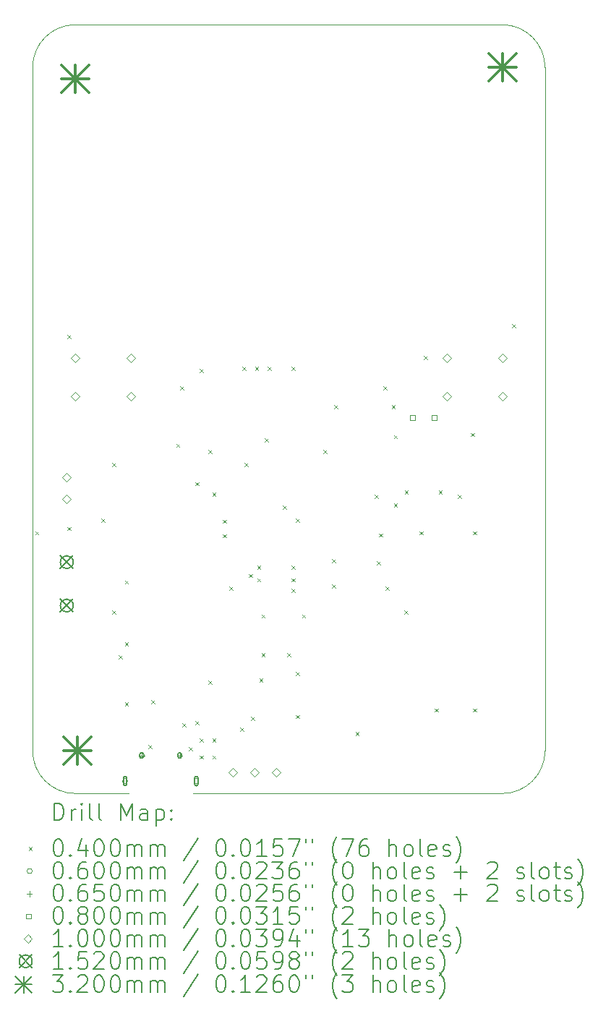
<source format=gbr>
%FSLAX45Y45*%
G04 Gerber Fmt 4.5, Leading zero omitted, Abs format (unit mm)*
G04 Created by KiCad (PCBNEW (6.0.0)) date 2022-02-04 14:48:30*
%MOMM*%
%LPD*%
G01*
G04 APERTURE LIST*
%TA.AperFunction,Profile*%
%ADD10C,0.100000*%
%TD*%
%ADD11C,0.200000*%
%ADD12C,0.040000*%
%ADD13C,0.060000*%
%ADD14C,0.065000*%
%ADD15C,0.080000*%
%ADD16C,0.100000*%
%ADD17C,0.152000*%
%ADD18C,0.320000*%
G04 APERTURE END LIST*
D10*
X18500000Y-14000000D02*
G75*
G03*
X19000000Y-13500000I0J500000D01*
G01*
X14875000Y-14000000D02*
X18500000Y-14000000D01*
X19000000Y-5500000D02*
G75*
G03*
X18500000Y-5000000I-500000J0D01*
G01*
X14125000Y-14000000D02*
X13500000Y-14000000D01*
X13000000Y-13500000D02*
G75*
G03*
X13500000Y-14000000I500000J0D01*
G01*
X13000000Y-5500000D02*
X13000000Y-13500000D01*
X13500000Y-5000000D02*
G75*
G03*
X13000000Y-5500000I0J-500000D01*
G01*
X13500000Y-5000000D02*
X18500000Y-5000000D01*
X19000000Y-13500000D02*
X19000000Y-5500000D01*
D11*
D12*
X13030000Y-10930000D02*
X13070000Y-10970000D01*
X13070000Y-10930000D02*
X13030000Y-10970000D01*
X13405000Y-8630000D02*
X13445000Y-8670000D01*
X13445000Y-8630000D02*
X13405000Y-8670000D01*
X13405000Y-10880000D02*
X13445000Y-10920000D01*
X13445000Y-10880000D02*
X13405000Y-10920000D01*
X13805000Y-10780000D02*
X13845000Y-10820000D01*
X13845000Y-10780000D02*
X13805000Y-10820000D01*
X13930000Y-10130000D02*
X13970000Y-10170000D01*
X13970000Y-10130000D02*
X13930000Y-10170000D01*
X13930000Y-11855000D02*
X13970000Y-11895000D01*
X13970000Y-11855000D02*
X13930000Y-11895000D01*
X14005000Y-12380000D02*
X14045000Y-12420000D01*
X14045000Y-12380000D02*
X14005000Y-12420000D01*
X14080000Y-11505000D02*
X14120000Y-11545000D01*
X14120000Y-11505000D02*
X14080000Y-11545000D01*
X14080000Y-12230000D02*
X14120000Y-12270000D01*
X14120000Y-12230000D02*
X14080000Y-12270000D01*
X14080000Y-12930000D02*
X14120000Y-12970000D01*
X14120000Y-12930000D02*
X14080000Y-12970000D01*
X14355000Y-13430000D02*
X14395000Y-13470000D01*
X14395000Y-13430000D02*
X14355000Y-13470000D01*
X14388950Y-12905000D02*
X14428950Y-12945000D01*
X14428950Y-12905000D02*
X14388950Y-12945000D01*
X14680000Y-9905000D02*
X14720000Y-9945000D01*
X14720000Y-9905000D02*
X14680000Y-9945000D01*
X14730000Y-9230000D02*
X14770000Y-9270000D01*
X14770000Y-9230000D02*
X14730000Y-9270000D01*
X14755000Y-13180000D02*
X14795000Y-13220000D01*
X14795000Y-13180000D02*
X14755000Y-13220000D01*
X14830000Y-13455000D02*
X14870000Y-13495000D01*
X14870000Y-13455000D02*
X14830000Y-13495000D01*
X14905000Y-10355000D02*
X14945000Y-10395000D01*
X14945000Y-10355000D02*
X14905000Y-10395000D01*
X14905000Y-13155000D02*
X14945000Y-13195000D01*
X14945000Y-13155000D02*
X14905000Y-13195000D01*
X14955000Y-9030000D02*
X14995000Y-9070000D01*
X14995000Y-9030000D02*
X14955000Y-9070000D01*
X14955000Y-13355000D02*
X14995000Y-13395000D01*
X14995000Y-13355000D02*
X14955000Y-13395000D01*
X14955000Y-13555000D02*
X14995000Y-13595000D01*
X14995000Y-13555000D02*
X14955000Y-13595000D01*
X15055000Y-9980000D02*
X15095000Y-10020000D01*
X15095000Y-9980000D02*
X15055000Y-10020000D01*
X15055000Y-12680000D02*
X15095000Y-12720000D01*
X15095000Y-12680000D02*
X15055000Y-12720000D01*
X15105000Y-10480000D02*
X15145000Y-10520000D01*
X15145000Y-10480000D02*
X15105000Y-10520000D01*
X15105000Y-13355000D02*
X15145000Y-13395000D01*
X15145000Y-13355000D02*
X15105000Y-13395000D01*
X15105000Y-13555000D02*
X15145000Y-13595000D01*
X15145000Y-13555000D02*
X15105000Y-13595000D01*
X15230000Y-10795050D02*
X15270000Y-10835050D01*
X15270000Y-10795050D02*
X15230000Y-10835050D01*
X15230000Y-10964950D02*
X15270000Y-11004950D01*
X15270000Y-10964950D02*
X15230000Y-11004950D01*
X15305000Y-11580000D02*
X15345000Y-11620000D01*
X15345000Y-11580000D02*
X15305000Y-11620000D01*
X15430000Y-13230000D02*
X15470000Y-13270000D01*
X15470000Y-13230000D02*
X15430000Y-13270000D01*
X15455000Y-9005000D02*
X15495000Y-9045000D01*
X15495000Y-9005000D02*
X15455000Y-9045000D01*
X15480000Y-10130000D02*
X15520000Y-10170000D01*
X15520000Y-10130000D02*
X15480000Y-10170000D01*
X15530000Y-11430000D02*
X15570000Y-11470000D01*
X15570000Y-11430000D02*
X15530000Y-11470000D01*
X15556230Y-13103770D02*
X15596230Y-13143770D01*
X15596230Y-13103770D02*
X15556230Y-13143770D01*
X15605000Y-9005000D02*
X15645000Y-9045000D01*
X15645000Y-9005000D02*
X15605000Y-9045000D01*
X15630000Y-11330000D02*
X15670000Y-11370000D01*
X15670000Y-11330000D02*
X15630000Y-11370000D01*
X15630000Y-11480000D02*
X15670000Y-11520000D01*
X15670000Y-11480000D02*
X15630000Y-11520000D01*
X15655000Y-12655000D02*
X15695000Y-12695000D01*
X15695000Y-12655000D02*
X15655000Y-12695000D01*
X15680000Y-11905000D02*
X15720000Y-11945000D01*
X15720000Y-11905000D02*
X15680000Y-11945000D01*
X15680000Y-12355000D02*
X15720000Y-12395000D01*
X15720000Y-12355000D02*
X15680000Y-12395000D01*
X15718145Y-9843145D02*
X15758145Y-9883145D01*
X15758145Y-9843145D02*
X15718145Y-9883145D01*
X15755000Y-9005000D02*
X15795000Y-9045000D01*
X15795000Y-9005000D02*
X15755000Y-9045000D01*
X15930000Y-10630000D02*
X15970000Y-10670000D01*
X15970000Y-10630000D02*
X15930000Y-10670000D01*
X15980000Y-12355000D02*
X16020000Y-12395000D01*
X16020000Y-12355000D02*
X15980000Y-12395000D01*
X16030000Y-9005000D02*
X16070000Y-9045000D01*
X16070000Y-9005000D02*
X16030000Y-9045000D01*
X16030000Y-11330000D02*
X16070000Y-11370000D01*
X16070000Y-11330000D02*
X16030000Y-11370000D01*
X16030000Y-11480000D02*
X16070000Y-11520000D01*
X16070000Y-11480000D02*
X16030000Y-11520000D01*
X16030000Y-11605000D02*
X16070000Y-11645000D01*
X16070000Y-11605000D02*
X16030000Y-11645000D01*
X16080000Y-10780000D02*
X16120000Y-10820000D01*
X16120000Y-10780000D02*
X16080000Y-10820000D01*
X16080000Y-12580000D02*
X16120000Y-12620000D01*
X16120000Y-12580000D02*
X16080000Y-12620000D01*
X16080000Y-13080000D02*
X16120000Y-13120000D01*
X16120000Y-13080000D02*
X16080000Y-13120000D01*
X16155000Y-11905000D02*
X16195000Y-11945000D01*
X16195000Y-11905000D02*
X16155000Y-11945000D01*
X16405000Y-9980000D02*
X16445000Y-10020000D01*
X16445000Y-9980000D02*
X16405000Y-10020000D01*
X16505000Y-11255000D02*
X16545000Y-11295000D01*
X16545000Y-11255000D02*
X16505000Y-11295000D01*
X16505000Y-11555000D02*
X16545000Y-11595000D01*
X16545000Y-11555000D02*
X16505000Y-11595000D01*
X16530000Y-9455000D02*
X16570000Y-9495000D01*
X16570000Y-9455000D02*
X16530000Y-9495000D01*
X16780000Y-13280000D02*
X16820000Y-13320000D01*
X16820000Y-13280000D02*
X16780000Y-13320000D01*
X17006230Y-10503770D02*
X17046230Y-10543770D01*
X17046230Y-10503770D02*
X17006230Y-10543770D01*
X17030000Y-11280000D02*
X17070000Y-11320000D01*
X17070000Y-11280000D02*
X17030000Y-11320000D01*
X17055000Y-10955000D02*
X17095000Y-10995000D01*
X17095000Y-10955000D02*
X17055000Y-10995000D01*
X17105000Y-9230000D02*
X17145000Y-9270000D01*
X17145000Y-9230000D02*
X17105000Y-9270000D01*
X17130000Y-11580000D02*
X17170000Y-11620000D01*
X17170000Y-11580000D02*
X17130000Y-11620000D01*
X17205000Y-9455000D02*
X17245000Y-9495000D01*
X17245000Y-9455000D02*
X17205000Y-9495000D01*
X17230000Y-9805000D02*
X17270000Y-9845000D01*
X17270000Y-9805000D02*
X17230000Y-9845000D01*
X17230000Y-10605000D02*
X17270000Y-10645000D01*
X17270000Y-10605000D02*
X17230000Y-10645000D01*
X17355000Y-11855000D02*
X17395000Y-11895000D01*
X17395000Y-11855000D02*
X17355000Y-11895000D01*
X17357550Y-10455000D02*
X17397550Y-10495000D01*
X17397550Y-10455000D02*
X17357550Y-10495000D01*
X17530000Y-10930000D02*
X17570000Y-10970000D01*
X17570000Y-10930000D02*
X17530000Y-10970000D01*
X17580000Y-8880000D02*
X17620000Y-8920000D01*
X17620000Y-8880000D02*
X17580000Y-8920000D01*
X17705000Y-13005000D02*
X17745000Y-13045000D01*
X17745000Y-13005000D02*
X17705000Y-13045000D01*
X17755000Y-10455000D02*
X17795000Y-10495000D01*
X17795000Y-10455000D02*
X17755000Y-10495000D01*
X17980000Y-10505000D02*
X18020000Y-10545000D01*
X18020000Y-10505000D02*
X17980000Y-10545000D01*
X18130000Y-9780000D02*
X18170000Y-9820000D01*
X18170000Y-9780000D02*
X18130000Y-9820000D01*
X18155000Y-10930000D02*
X18195000Y-10970000D01*
X18195000Y-10930000D02*
X18155000Y-10970000D01*
X18155000Y-13005000D02*
X18195000Y-13045000D01*
X18195000Y-13005000D02*
X18155000Y-13045000D01*
X18612500Y-8505000D02*
X18652500Y-8545000D01*
X18652500Y-8505000D02*
X18612500Y-8545000D01*
D13*
X14112500Y-13855000D02*
G75*
G03*
X14112500Y-13855000I-30000J0D01*
G01*
D11*
X14062500Y-13820000D02*
X14062500Y-13890000D01*
X14102500Y-13820000D02*
X14102500Y-13890000D01*
X14062500Y-13890000D02*
G75*
G03*
X14102500Y-13890000I20000J0D01*
G01*
X14102500Y-13820000D02*
G75*
G03*
X14062500Y-13820000I-20000J0D01*
G01*
D13*
X14947500Y-13855000D02*
G75*
G03*
X14947500Y-13855000I-30000J0D01*
G01*
D11*
X14897500Y-13820000D02*
X14897500Y-13890000D01*
X14937500Y-13820000D02*
X14937500Y-13890000D01*
X14897500Y-13890000D02*
G75*
G03*
X14937500Y-13890000I20000J0D01*
G01*
X14937500Y-13820000D02*
G75*
G03*
X14897500Y-13820000I-20000J0D01*
G01*
D14*
X14277500Y-13522500D02*
X14277500Y-13587500D01*
X14245000Y-13555000D02*
X14310000Y-13555000D01*
D11*
X14255000Y-13545000D02*
X14255000Y-13565000D01*
X14300000Y-13545000D02*
X14300000Y-13565000D01*
X14255000Y-13565000D02*
G75*
G03*
X14300000Y-13565000I22500J0D01*
G01*
X14300000Y-13545000D02*
G75*
G03*
X14255000Y-13545000I-22500J0D01*
G01*
D14*
X14722500Y-13522500D02*
X14722500Y-13587500D01*
X14690000Y-13555000D02*
X14755000Y-13555000D01*
D11*
X14700000Y-13545000D02*
X14700000Y-13565000D01*
X14745000Y-13545000D02*
X14745000Y-13565000D01*
X14700000Y-13565000D02*
G75*
G03*
X14745000Y-13565000I22500J0D01*
G01*
X14745000Y-13545000D02*
G75*
G03*
X14700000Y-13545000I-22500J0D01*
G01*
D15*
X17478285Y-9628285D02*
X17478285Y-9571716D01*
X17421716Y-9571716D01*
X17421716Y-9628285D01*
X17478285Y-9628285D01*
X17728285Y-9628285D02*
X17728285Y-9571716D01*
X17671716Y-9571716D01*
X17671716Y-9628285D01*
X17728285Y-9628285D01*
D16*
X13400000Y-10350000D02*
X13450000Y-10300000D01*
X13400000Y-10250000D01*
X13350000Y-10300000D01*
X13400000Y-10350000D01*
X13400000Y-10604000D02*
X13450000Y-10554000D01*
X13400000Y-10504000D01*
X13350000Y-10554000D01*
X13400000Y-10604000D01*
X13500000Y-8950000D02*
X13550000Y-8900000D01*
X13500000Y-8850000D01*
X13450000Y-8900000D01*
X13500000Y-8950000D01*
X13500000Y-9400000D02*
X13550000Y-9350000D01*
X13500000Y-9300000D01*
X13450000Y-9350000D01*
X13500000Y-9400000D01*
X14150000Y-8950000D02*
X14200000Y-8900000D01*
X14150000Y-8850000D01*
X14100000Y-8900000D01*
X14150000Y-8950000D01*
X14150000Y-9400000D02*
X14200000Y-9350000D01*
X14150000Y-9300000D01*
X14100000Y-9350000D01*
X14150000Y-9400000D01*
X15342000Y-13800000D02*
X15392000Y-13750000D01*
X15342000Y-13700000D01*
X15292000Y-13750000D01*
X15342000Y-13800000D01*
X15596000Y-13800000D02*
X15646000Y-13750000D01*
X15596000Y-13700000D01*
X15546000Y-13750000D01*
X15596000Y-13800000D01*
X15850000Y-13800000D02*
X15900000Y-13750000D01*
X15850000Y-13700000D01*
X15800000Y-13750000D01*
X15850000Y-13800000D01*
X17850000Y-8950000D02*
X17900000Y-8900000D01*
X17850000Y-8850000D01*
X17800000Y-8900000D01*
X17850000Y-8950000D01*
X17850000Y-9400000D02*
X17900000Y-9350000D01*
X17850000Y-9300000D01*
X17800000Y-9350000D01*
X17850000Y-9400000D01*
X18500000Y-8950000D02*
X18550000Y-8900000D01*
X18500000Y-8850000D01*
X18450000Y-8900000D01*
X18500000Y-8950000D01*
X18500000Y-9400000D02*
X18550000Y-9350000D01*
X18500000Y-9300000D01*
X18450000Y-9350000D01*
X18500000Y-9400000D01*
D17*
X13324000Y-11216000D02*
X13476000Y-11368000D01*
X13476000Y-11216000D02*
X13324000Y-11368000D01*
X13476000Y-11292000D02*
G75*
G03*
X13476000Y-11292000I-76000J0D01*
G01*
X13324000Y-11724000D02*
X13476000Y-11876000D01*
X13476000Y-11724000D02*
X13324000Y-11876000D01*
X13476000Y-11800000D02*
G75*
G03*
X13476000Y-11800000I-76000J0D01*
G01*
D18*
X13340000Y-5475000D02*
X13660000Y-5795000D01*
X13660000Y-5475000D02*
X13340000Y-5795000D01*
X13500000Y-5475000D02*
X13500000Y-5795000D01*
X13340000Y-5635000D02*
X13660000Y-5635000D01*
X13365000Y-13340000D02*
X13685000Y-13660000D01*
X13685000Y-13340000D02*
X13365000Y-13660000D01*
X13525000Y-13340000D02*
X13525000Y-13660000D01*
X13365000Y-13500000D02*
X13685000Y-13500000D01*
X18340000Y-5340000D02*
X18660000Y-5660000D01*
X18660000Y-5340000D02*
X18340000Y-5660000D01*
X18500000Y-5340000D02*
X18500000Y-5660000D01*
X18340000Y-5500000D02*
X18660000Y-5500000D01*
D11*
X13252619Y-14315476D02*
X13252619Y-14115476D01*
X13300238Y-14115476D01*
X13328809Y-14125000D01*
X13347857Y-14144048D01*
X13357381Y-14163095D01*
X13366905Y-14201190D01*
X13366905Y-14229762D01*
X13357381Y-14267857D01*
X13347857Y-14286905D01*
X13328809Y-14305952D01*
X13300238Y-14315476D01*
X13252619Y-14315476D01*
X13452619Y-14315476D02*
X13452619Y-14182143D01*
X13452619Y-14220238D02*
X13462143Y-14201190D01*
X13471667Y-14191667D01*
X13490714Y-14182143D01*
X13509762Y-14182143D01*
X13576428Y-14315476D02*
X13576428Y-14182143D01*
X13576428Y-14115476D02*
X13566905Y-14125000D01*
X13576428Y-14134524D01*
X13585952Y-14125000D01*
X13576428Y-14115476D01*
X13576428Y-14134524D01*
X13700238Y-14315476D02*
X13681190Y-14305952D01*
X13671667Y-14286905D01*
X13671667Y-14115476D01*
X13805000Y-14315476D02*
X13785952Y-14305952D01*
X13776428Y-14286905D01*
X13776428Y-14115476D01*
X14033571Y-14315476D02*
X14033571Y-14115476D01*
X14100238Y-14258333D01*
X14166905Y-14115476D01*
X14166905Y-14315476D01*
X14347857Y-14315476D02*
X14347857Y-14210714D01*
X14338333Y-14191667D01*
X14319286Y-14182143D01*
X14281190Y-14182143D01*
X14262143Y-14191667D01*
X14347857Y-14305952D02*
X14328809Y-14315476D01*
X14281190Y-14315476D01*
X14262143Y-14305952D01*
X14252619Y-14286905D01*
X14252619Y-14267857D01*
X14262143Y-14248809D01*
X14281190Y-14239286D01*
X14328809Y-14239286D01*
X14347857Y-14229762D01*
X14443095Y-14182143D02*
X14443095Y-14382143D01*
X14443095Y-14191667D02*
X14462143Y-14182143D01*
X14500238Y-14182143D01*
X14519286Y-14191667D01*
X14528809Y-14201190D01*
X14538333Y-14220238D01*
X14538333Y-14277381D01*
X14528809Y-14296428D01*
X14519286Y-14305952D01*
X14500238Y-14315476D01*
X14462143Y-14315476D01*
X14443095Y-14305952D01*
X14624048Y-14296428D02*
X14633571Y-14305952D01*
X14624048Y-14315476D01*
X14614524Y-14305952D01*
X14624048Y-14296428D01*
X14624048Y-14315476D01*
X14624048Y-14191667D02*
X14633571Y-14201190D01*
X14624048Y-14210714D01*
X14614524Y-14201190D01*
X14624048Y-14191667D01*
X14624048Y-14210714D01*
D12*
X12955000Y-14625000D02*
X12995000Y-14665000D01*
X12995000Y-14625000D02*
X12955000Y-14665000D01*
D11*
X13290714Y-14535476D02*
X13309762Y-14535476D01*
X13328809Y-14545000D01*
X13338333Y-14554524D01*
X13347857Y-14573571D01*
X13357381Y-14611667D01*
X13357381Y-14659286D01*
X13347857Y-14697381D01*
X13338333Y-14716428D01*
X13328809Y-14725952D01*
X13309762Y-14735476D01*
X13290714Y-14735476D01*
X13271667Y-14725952D01*
X13262143Y-14716428D01*
X13252619Y-14697381D01*
X13243095Y-14659286D01*
X13243095Y-14611667D01*
X13252619Y-14573571D01*
X13262143Y-14554524D01*
X13271667Y-14545000D01*
X13290714Y-14535476D01*
X13443095Y-14716428D02*
X13452619Y-14725952D01*
X13443095Y-14735476D01*
X13433571Y-14725952D01*
X13443095Y-14716428D01*
X13443095Y-14735476D01*
X13624048Y-14602143D02*
X13624048Y-14735476D01*
X13576428Y-14525952D02*
X13528809Y-14668809D01*
X13652619Y-14668809D01*
X13766905Y-14535476D02*
X13785952Y-14535476D01*
X13805000Y-14545000D01*
X13814524Y-14554524D01*
X13824048Y-14573571D01*
X13833571Y-14611667D01*
X13833571Y-14659286D01*
X13824048Y-14697381D01*
X13814524Y-14716428D01*
X13805000Y-14725952D01*
X13785952Y-14735476D01*
X13766905Y-14735476D01*
X13747857Y-14725952D01*
X13738333Y-14716428D01*
X13728809Y-14697381D01*
X13719286Y-14659286D01*
X13719286Y-14611667D01*
X13728809Y-14573571D01*
X13738333Y-14554524D01*
X13747857Y-14545000D01*
X13766905Y-14535476D01*
X13957381Y-14535476D02*
X13976428Y-14535476D01*
X13995476Y-14545000D01*
X14005000Y-14554524D01*
X14014524Y-14573571D01*
X14024048Y-14611667D01*
X14024048Y-14659286D01*
X14014524Y-14697381D01*
X14005000Y-14716428D01*
X13995476Y-14725952D01*
X13976428Y-14735476D01*
X13957381Y-14735476D01*
X13938333Y-14725952D01*
X13928809Y-14716428D01*
X13919286Y-14697381D01*
X13909762Y-14659286D01*
X13909762Y-14611667D01*
X13919286Y-14573571D01*
X13928809Y-14554524D01*
X13938333Y-14545000D01*
X13957381Y-14535476D01*
X14109762Y-14735476D02*
X14109762Y-14602143D01*
X14109762Y-14621190D02*
X14119286Y-14611667D01*
X14138333Y-14602143D01*
X14166905Y-14602143D01*
X14185952Y-14611667D01*
X14195476Y-14630714D01*
X14195476Y-14735476D01*
X14195476Y-14630714D02*
X14205000Y-14611667D01*
X14224048Y-14602143D01*
X14252619Y-14602143D01*
X14271667Y-14611667D01*
X14281190Y-14630714D01*
X14281190Y-14735476D01*
X14376428Y-14735476D02*
X14376428Y-14602143D01*
X14376428Y-14621190D02*
X14385952Y-14611667D01*
X14405000Y-14602143D01*
X14433571Y-14602143D01*
X14452619Y-14611667D01*
X14462143Y-14630714D01*
X14462143Y-14735476D01*
X14462143Y-14630714D02*
X14471667Y-14611667D01*
X14490714Y-14602143D01*
X14519286Y-14602143D01*
X14538333Y-14611667D01*
X14547857Y-14630714D01*
X14547857Y-14735476D01*
X14938333Y-14525952D02*
X14766905Y-14783095D01*
X15195476Y-14535476D02*
X15214524Y-14535476D01*
X15233571Y-14545000D01*
X15243095Y-14554524D01*
X15252619Y-14573571D01*
X15262143Y-14611667D01*
X15262143Y-14659286D01*
X15252619Y-14697381D01*
X15243095Y-14716428D01*
X15233571Y-14725952D01*
X15214524Y-14735476D01*
X15195476Y-14735476D01*
X15176428Y-14725952D01*
X15166905Y-14716428D01*
X15157381Y-14697381D01*
X15147857Y-14659286D01*
X15147857Y-14611667D01*
X15157381Y-14573571D01*
X15166905Y-14554524D01*
X15176428Y-14545000D01*
X15195476Y-14535476D01*
X15347857Y-14716428D02*
X15357381Y-14725952D01*
X15347857Y-14735476D01*
X15338333Y-14725952D01*
X15347857Y-14716428D01*
X15347857Y-14735476D01*
X15481190Y-14535476D02*
X15500238Y-14535476D01*
X15519286Y-14545000D01*
X15528809Y-14554524D01*
X15538333Y-14573571D01*
X15547857Y-14611667D01*
X15547857Y-14659286D01*
X15538333Y-14697381D01*
X15528809Y-14716428D01*
X15519286Y-14725952D01*
X15500238Y-14735476D01*
X15481190Y-14735476D01*
X15462143Y-14725952D01*
X15452619Y-14716428D01*
X15443095Y-14697381D01*
X15433571Y-14659286D01*
X15433571Y-14611667D01*
X15443095Y-14573571D01*
X15452619Y-14554524D01*
X15462143Y-14545000D01*
X15481190Y-14535476D01*
X15738333Y-14735476D02*
X15624048Y-14735476D01*
X15681190Y-14735476D02*
X15681190Y-14535476D01*
X15662143Y-14564048D01*
X15643095Y-14583095D01*
X15624048Y-14592619D01*
X15919286Y-14535476D02*
X15824048Y-14535476D01*
X15814524Y-14630714D01*
X15824048Y-14621190D01*
X15843095Y-14611667D01*
X15890714Y-14611667D01*
X15909762Y-14621190D01*
X15919286Y-14630714D01*
X15928809Y-14649762D01*
X15928809Y-14697381D01*
X15919286Y-14716428D01*
X15909762Y-14725952D01*
X15890714Y-14735476D01*
X15843095Y-14735476D01*
X15824048Y-14725952D01*
X15814524Y-14716428D01*
X15995476Y-14535476D02*
X16128809Y-14535476D01*
X16043095Y-14735476D01*
X16195476Y-14535476D02*
X16195476Y-14573571D01*
X16271667Y-14535476D02*
X16271667Y-14573571D01*
X16566905Y-14811667D02*
X16557381Y-14802143D01*
X16538333Y-14773571D01*
X16528809Y-14754524D01*
X16519286Y-14725952D01*
X16509762Y-14678333D01*
X16509762Y-14640238D01*
X16519286Y-14592619D01*
X16528809Y-14564048D01*
X16538333Y-14545000D01*
X16557381Y-14516428D01*
X16566905Y-14506905D01*
X16624048Y-14535476D02*
X16757381Y-14535476D01*
X16671667Y-14735476D01*
X16919286Y-14535476D02*
X16881190Y-14535476D01*
X16862143Y-14545000D01*
X16852619Y-14554524D01*
X16833571Y-14583095D01*
X16824048Y-14621190D01*
X16824048Y-14697381D01*
X16833571Y-14716428D01*
X16843095Y-14725952D01*
X16862143Y-14735476D01*
X16900238Y-14735476D01*
X16919286Y-14725952D01*
X16928810Y-14716428D01*
X16938333Y-14697381D01*
X16938333Y-14649762D01*
X16928810Y-14630714D01*
X16919286Y-14621190D01*
X16900238Y-14611667D01*
X16862143Y-14611667D01*
X16843095Y-14621190D01*
X16833571Y-14630714D01*
X16824048Y-14649762D01*
X17176429Y-14735476D02*
X17176429Y-14535476D01*
X17262143Y-14735476D02*
X17262143Y-14630714D01*
X17252619Y-14611667D01*
X17233571Y-14602143D01*
X17205000Y-14602143D01*
X17185952Y-14611667D01*
X17176429Y-14621190D01*
X17385952Y-14735476D02*
X17366905Y-14725952D01*
X17357381Y-14716428D01*
X17347857Y-14697381D01*
X17347857Y-14640238D01*
X17357381Y-14621190D01*
X17366905Y-14611667D01*
X17385952Y-14602143D01*
X17414524Y-14602143D01*
X17433571Y-14611667D01*
X17443095Y-14621190D01*
X17452619Y-14640238D01*
X17452619Y-14697381D01*
X17443095Y-14716428D01*
X17433571Y-14725952D01*
X17414524Y-14735476D01*
X17385952Y-14735476D01*
X17566905Y-14735476D02*
X17547857Y-14725952D01*
X17538333Y-14706905D01*
X17538333Y-14535476D01*
X17719286Y-14725952D02*
X17700238Y-14735476D01*
X17662143Y-14735476D01*
X17643095Y-14725952D01*
X17633571Y-14706905D01*
X17633571Y-14630714D01*
X17643095Y-14611667D01*
X17662143Y-14602143D01*
X17700238Y-14602143D01*
X17719286Y-14611667D01*
X17728810Y-14630714D01*
X17728810Y-14649762D01*
X17633571Y-14668809D01*
X17805000Y-14725952D02*
X17824048Y-14735476D01*
X17862143Y-14735476D01*
X17881190Y-14725952D01*
X17890714Y-14706905D01*
X17890714Y-14697381D01*
X17881190Y-14678333D01*
X17862143Y-14668809D01*
X17833571Y-14668809D01*
X17814524Y-14659286D01*
X17805000Y-14640238D01*
X17805000Y-14630714D01*
X17814524Y-14611667D01*
X17833571Y-14602143D01*
X17862143Y-14602143D01*
X17881190Y-14611667D01*
X17957381Y-14811667D02*
X17966905Y-14802143D01*
X17985952Y-14773571D01*
X17995476Y-14754524D01*
X18005000Y-14725952D01*
X18014524Y-14678333D01*
X18014524Y-14640238D01*
X18005000Y-14592619D01*
X17995476Y-14564048D01*
X17985952Y-14545000D01*
X17966905Y-14516428D01*
X17957381Y-14506905D01*
D13*
X12995000Y-14909000D02*
G75*
G03*
X12995000Y-14909000I-30000J0D01*
G01*
D11*
X13290714Y-14799476D02*
X13309762Y-14799476D01*
X13328809Y-14809000D01*
X13338333Y-14818524D01*
X13347857Y-14837571D01*
X13357381Y-14875667D01*
X13357381Y-14923286D01*
X13347857Y-14961381D01*
X13338333Y-14980428D01*
X13328809Y-14989952D01*
X13309762Y-14999476D01*
X13290714Y-14999476D01*
X13271667Y-14989952D01*
X13262143Y-14980428D01*
X13252619Y-14961381D01*
X13243095Y-14923286D01*
X13243095Y-14875667D01*
X13252619Y-14837571D01*
X13262143Y-14818524D01*
X13271667Y-14809000D01*
X13290714Y-14799476D01*
X13443095Y-14980428D02*
X13452619Y-14989952D01*
X13443095Y-14999476D01*
X13433571Y-14989952D01*
X13443095Y-14980428D01*
X13443095Y-14999476D01*
X13624048Y-14799476D02*
X13585952Y-14799476D01*
X13566905Y-14809000D01*
X13557381Y-14818524D01*
X13538333Y-14847095D01*
X13528809Y-14885190D01*
X13528809Y-14961381D01*
X13538333Y-14980428D01*
X13547857Y-14989952D01*
X13566905Y-14999476D01*
X13605000Y-14999476D01*
X13624048Y-14989952D01*
X13633571Y-14980428D01*
X13643095Y-14961381D01*
X13643095Y-14913762D01*
X13633571Y-14894714D01*
X13624048Y-14885190D01*
X13605000Y-14875667D01*
X13566905Y-14875667D01*
X13547857Y-14885190D01*
X13538333Y-14894714D01*
X13528809Y-14913762D01*
X13766905Y-14799476D02*
X13785952Y-14799476D01*
X13805000Y-14809000D01*
X13814524Y-14818524D01*
X13824048Y-14837571D01*
X13833571Y-14875667D01*
X13833571Y-14923286D01*
X13824048Y-14961381D01*
X13814524Y-14980428D01*
X13805000Y-14989952D01*
X13785952Y-14999476D01*
X13766905Y-14999476D01*
X13747857Y-14989952D01*
X13738333Y-14980428D01*
X13728809Y-14961381D01*
X13719286Y-14923286D01*
X13719286Y-14875667D01*
X13728809Y-14837571D01*
X13738333Y-14818524D01*
X13747857Y-14809000D01*
X13766905Y-14799476D01*
X13957381Y-14799476D02*
X13976428Y-14799476D01*
X13995476Y-14809000D01*
X14005000Y-14818524D01*
X14014524Y-14837571D01*
X14024048Y-14875667D01*
X14024048Y-14923286D01*
X14014524Y-14961381D01*
X14005000Y-14980428D01*
X13995476Y-14989952D01*
X13976428Y-14999476D01*
X13957381Y-14999476D01*
X13938333Y-14989952D01*
X13928809Y-14980428D01*
X13919286Y-14961381D01*
X13909762Y-14923286D01*
X13909762Y-14875667D01*
X13919286Y-14837571D01*
X13928809Y-14818524D01*
X13938333Y-14809000D01*
X13957381Y-14799476D01*
X14109762Y-14999476D02*
X14109762Y-14866143D01*
X14109762Y-14885190D02*
X14119286Y-14875667D01*
X14138333Y-14866143D01*
X14166905Y-14866143D01*
X14185952Y-14875667D01*
X14195476Y-14894714D01*
X14195476Y-14999476D01*
X14195476Y-14894714D02*
X14205000Y-14875667D01*
X14224048Y-14866143D01*
X14252619Y-14866143D01*
X14271667Y-14875667D01*
X14281190Y-14894714D01*
X14281190Y-14999476D01*
X14376428Y-14999476D02*
X14376428Y-14866143D01*
X14376428Y-14885190D02*
X14385952Y-14875667D01*
X14405000Y-14866143D01*
X14433571Y-14866143D01*
X14452619Y-14875667D01*
X14462143Y-14894714D01*
X14462143Y-14999476D01*
X14462143Y-14894714D02*
X14471667Y-14875667D01*
X14490714Y-14866143D01*
X14519286Y-14866143D01*
X14538333Y-14875667D01*
X14547857Y-14894714D01*
X14547857Y-14999476D01*
X14938333Y-14789952D02*
X14766905Y-15047095D01*
X15195476Y-14799476D02*
X15214524Y-14799476D01*
X15233571Y-14809000D01*
X15243095Y-14818524D01*
X15252619Y-14837571D01*
X15262143Y-14875667D01*
X15262143Y-14923286D01*
X15252619Y-14961381D01*
X15243095Y-14980428D01*
X15233571Y-14989952D01*
X15214524Y-14999476D01*
X15195476Y-14999476D01*
X15176428Y-14989952D01*
X15166905Y-14980428D01*
X15157381Y-14961381D01*
X15147857Y-14923286D01*
X15147857Y-14875667D01*
X15157381Y-14837571D01*
X15166905Y-14818524D01*
X15176428Y-14809000D01*
X15195476Y-14799476D01*
X15347857Y-14980428D02*
X15357381Y-14989952D01*
X15347857Y-14999476D01*
X15338333Y-14989952D01*
X15347857Y-14980428D01*
X15347857Y-14999476D01*
X15481190Y-14799476D02*
X15500238Y-14799476D01*
X15519286Y-14809000D01*
X15528809Y-14818524D01*
X15538333Y-14837571D01*
X15547857Y-14875667D01*
X15547857Y-14923286D01*
X15538333Y-14961381D01*
X15528809Y-14980428D01*
X15519286Y-14989952D01*
X15500238Y-14999476D01*
X15481190Y-14999476D01*
X15462143Y-14989952D01*
X15452619Y-14980428D01*
X15443095Y-14961381D01*
X15433571Y-14923286D01*
X15433571Y-14875667D01*
X15443095Y-14837571D01*
X15452619Y-14818524D01*
X15462143Y-14809000D01*
X15481190Y-14799476D01*
X15624048Y-14818524D02*
X15633571Y-14809000D01*
X15652619Y-14799476D01*
X15700238Y-14799476D01*
X15719286Y-14809000D01*
X15728809Y-14818524D01*
X15738333Y-14837571D01*
X15738333Y-14856619D01*
X15728809Y-14885190D01*
X15614524Y-14999476D01*
X15738333Y-14999476D01*
X15805000Y-14799476D02*
X15928809Y-14799476D01*
X15862143Y-14875667D01*
X15890714Y-14875667D01*
X15909762Y-14885190D01*
X15919286Y-14894714D01*
X15928809Y-14913762D01*
X15928809Y-14961381D01*
X15919286Y-14980428D01*
X15909762Y-14989952D01*
X15890714Y-14999476D01*
X15833571Y-14999476D01*
X15814524Y-14989952D01*
X15805000Y-14980428D01*
X16100238Y-14799476D02*
X16062143Y-14799476D01*
X16043095Y-14809000D01*
X16033571Y-14818524D01*
X16014524Y-14847095D01*
X16005000Y-14885190D01*
X16005000Y-14961381D01*
X16014524Y-14980428D01*
X16024048Y-14989952D01*
X16043095Y-14999476D01*
X16081190Y-14999476D01*
X16100238Y-14989952D01*
X16109762Y-14980428D01*
X16119286Y-14961381D01*
X16119286Y-14913762D01*
X16109762Y-14894714D01*
X16100238Y-14885190D01*
X16081190Y-14875667D01*
X16043095Y-14875667D01*
X16024048Y-14885190D01*
X16014524Y-14894714D01*
X16005000Y-14913762D01*
X16195476Y-14799476D02*
X16195476Y-14837571D01*
X16271667Y-14799476D02*
X16271667Y-14837571D01*
X16566905Y-15075667D02*
X16557381Y-15066143D01*
X16538333Y-15037571D01*
X16528809Y-15018524D01*
X16519286Y-14989952D01*
X16509762Y-14942333D01*
X16509762Y-14904238D01*
X16519286Y-14856619D01*
X16528809Y-14828048D01*
X16538333Y-14809000D01*
X16557381Y-14780428D01*
X16566905Y-14770905D01*
X16681190Y-14799476D02*
X16700238Y-14799476D01*
X16719286Y-14809000D01*
X16728809Y-14818524D01*
X16738333Y-14837571D01*
X16747857Y-14875667D01*
X16747857Y-14923286D01*
X16738333Y-14961381D01*
X16728809Y-14980428D01*
X16719286Y-14989952D01*
X16700238Y-14999476D01*
X16681190Y-14999476D01*
X16662143Y-14989952D01*
X16652619Y-14980428D01*
X16643095Y-14961381D01*
X16633571Y-14923286D01*
X16633571Y-14875667D01*
X16643095Y-14837571D01*
X16652619Y-14818524D01*
X16662143Y-14809000D01*
X16681190Y-14799476D01*
X16985952Y-14999476D02*
X16985952Y-14799476D01*
X17071667Y-14999476D02*
X17071667Y-14894714D01*
X17062143Y-14875667D01*
X17043095Y-14866143D01*
X17014524Y-14866143D01*
X16995476Y-14875667D01*
X16985952Y-14885190D01*
X17195476Y-14999476D02*
X17176429Y-14989952D01*
X17166905Y-14980428D01*
X17157381Y-14961381D01*
X17157381Y-14904238D01*
X17166905Y-14885190D01*
X17176429Y-14875667D01*
X17195476Y-14866143D01*
X17224048Y-14866143D01*
X17243095Y-14875667D01*
X17252619Y-14885190D01*
X17262143Y-14904238D01*
X17262143Y-14961381D01*
X17252619Y-14980428D01*
X17243095Y-14989952D01*
X17224048Y-14999476D01*
X17195476Y-14999476D01*
X17376429Y-14999476D02*
X17357381Y-14989952D01*
X17347857Y-14970905D01*
X17347857Y-14799476D01*
X17528810Y-14989952D02*
X17509762Y-14999476D01*
X17471667Y-14999476D01*
X17452619Y-14989952D01*
X17443095Y-14970905D01*
X17443095Y-14894714D01*
X17452619Y-14875667D01*
X17471667Y-14866143D01*
X17509762Y-14866143D01*
X17528810Y-14875667D01*
X17538333Y-14894714D01*
X17538333Y-14913762D01*
X17443095Y-14932809D01*
X17614524Y-14989952D02*
X17633571Y-14999476D01*
X17671667Y-14999476D01*
X17690714Y-14989952D01*
X17700238Y-14970905D01*
X17700238Y-14961381D01*
X17690714Y-14942333D01*
X17671667Y-14932809D01*
X17643095Y-14932809D01*
X17624048Y-14923286D01*
X17614524Y-14904238D01*
X17614524Y-14894714D01*
X17624048Y-14875667D01*
X17643095Y-14866143D01*
X17671667Y-14866143D01*
X17690714Y-14875667D01*
X17938333Y-14923286D02*
X18090714Y-14923286D01*
X18014524Y-14999476D02*
X18014524Y-14847095D01*
X18328810Y-14818524D02*
X18338333Y-14809000D01*
X18357381Y-14799476D01*
X18405000Y-14799476D01*
X18424048Y-14809000D01*
X18433571Y-14818524D01*
X18443095Y-14837571D01*
X18443095Y-14856619D01*
X18433571Y-14885190D01*
X18319286Y-14999476D01*
X18443095Y-14999476D01*
X18671667Y-14989952D02*
X18690714Y-14999476D01*
X18728810Y-14999476D01*
X18747857Y-14989952D01*
X18757381Y-14970905D01*
X18757381Y-14961381D01*
X18747857Y-14942333D01*
X18728810Y-14932809D01*
X18700238Y-14932809D01*
X18681190Y-14923286D01*
X18671667Y-14904238D01*
X18671667Y-14894714D01*
X18681190Y-14875667D01*
X18700238Y-14866143D01*
X18728810Y-14866143D01*
X18747857Y-14875667D01*
X18871667Y-14999476D02*
X18852619Y-14989952D01*
X18843095Y-14970905D01*
X18843095Y-14799476D01*
X18976429Y-14999476D02*
X18957381Y-14989952D01*
X18947857Y-14980428D01*
X18938333Y-14961381D01*
X18938333Y-14904238D01*
X18947857Y-14885190D01*
X18957381Y-14875667D01*
X18976429Y-14866143D01*
X19005000Y-14866143D01*
X19024048Y-14875667D01*
X19033571Y-14885190D01*
X19043095Y-14904238D01*
X19043095Y-14961381D01*
X19033571Y-14980428D01*
X19024048Y-14989952D01*
X19005000Y-14999476D01*
X18976429Y-14999476D01*
X19100238Y-14866143D02*
X19176429Y-14866143D01*
X19128810Y-14799476D02*
X19128810Y-14970905D01*
X19138333Y-14989952D01*
X19157381Y-14999476D01*
X19176429Y-14999476D01*
X19233571Y-14989952D02*
X19252619Y-14999476D01*
X19290714Y-14999476D01*
X19309762Y-14989952D01*
X19319286Y-14970905D01*
X19319286Y-14961381D01*
X19309762Y-14942333D01*
X19290714Y-14932809D01*
X19262143Y-14932809D01*
X19243095Y-14923286D01*
X19233571Y-14904238D01*
X19233571Y-14894714D01*
X19243095Y-14875667D01*
X19262143Y-14866143D01*
X19290714Y-14866143D01*
X19309762Y-14875667D01*
X19385952Y-15075667D02*
X19395476Y-15066143D01*
X19414524Y-15037571D01*
X19424048Y-15018524D01*
X19433571Y-14989952D01*
X19443095Y-14942333D01*
X19443095Y-14904238D01*
X19433571Y-14856619D01*
X19424048Y-14828048D01*
X19414524Y-14809000D01*
X19395476Y-14780428D01*
X19385952Y-14770905D01*
D14*
X12962500Y-15140500D02*
X12962500Y-15205500D01*
X12930000Y-15173000D02*
X12995000Y-15173000D01*
D11*
X13290714Y-15063476D02*
X13309762Y-15063476D01*
X13328809Y-15073000D01*
X13338333Y-15082524D01*
X13347857Y-15101571D01*
X13357381Y-15139667D01*
X13357381Y-15187286D01*
X13347857Y-15225381D01*
X13338333Y-15244428D01*
X13328809Y-15253952D01*
X13309762Y-15263476D01*
X13290714Y-15263476D01*
X13271667Y-15253952D01*
X13262143Y-15244428D01*
X13252619Y-15225381D01*
X13243095Y-15187286D01*
X13243095Y-15139667D01*
X13252619Y-15101571D01*
X13262143Y-15082524D01*
X13271667Y-15073000D01*
X13290714Y-15063476D01*
X13443095Y-15244428D02*
X13452619Y-15253952D01*
X13443095Y-15263476D01*
X13433571Y-15253952D01*
X13443095Y-15244428D01*
X13443095Y-15263476D01*
X13624048Y-15063476D02*
X13585952Y-15063476D01*
X13566905Y-15073000D01*
X13557381Y-15082524D01*
X13538333Y-15111095D01*
X13528809Y-15149190D01*
X13528809Y-15225381D01*
X13538333Y-15244428D01*
X13547857Y-15253952D01*
X13566905Y-15263476D01*
X13605000Y-15263476D01*
X13624048Y-15253952D01*
X13633571Y-15244428D01*
X13643095Y-15225381D01*
X13643095Y-15177762D01*
X13633571Y-15158714D01*
X13624048Y-15149190D01*
X13605000Y-15139667D01*
X13566905Y-15139667D01*
X13547857Y-15149190D01*
X13538333Y-15158714D01*
X13528809Y-15177762D01*
X13824048Y-15063476D02*
X13728809Y-15063476D01*
X13719286Y-15158714D01*
X13728809Y-15149190D01*
X13747857Y-15139667D01*
X13795476Y-15139667D01*
X13814524Y-15149190D01*
X13824048Y-15158714D01*
X13833571Y-15177762D01*
X13833571Y-15225381D01*
X13824048Y-15244428D01*
X13814524Y-15253952D01*
X13795476Y-15263476D01*
X13747857Y-15263476D01*
X13728809Y-15253952D01*
X13719286Y-15244428D01*
X13957381Y-15063476D02*
X13976428Y-15063476D01*
X13995476Y-15073000D01*
X14005000Y-15082524D01*
X14014524Y-15101571D01*
X14024048Y-15139667D01*
X14024048Y-15187286D01*
X14014524Y-15225381D01*
X14005000Y-15244428D01*
X13995476Y-15253952D01*
X13976428Y-15263476D01*
X13957381Y-15263476D01*
X13938333Y-15253952D01*
X13928809Y-15244428D01*
X13919286Y-15225381D01*
X13909762Y-15187286D01*
X13909762Y-15139667D01*
X13919286Y-15101571D01*
X13928809Y-15082524D01*
X13938333Y-15073000D01*
X13957381Y-15063476D01*
X14109762Y-15263476D02*
X14109762Y-15130143D01*
X14109762Y-15149190D02*
X14119286Y-15139667D01*
X14138333Y-15130143D01*
X14166905Y-15130143D01*
X14185952Y-15139667D01*
X14195476Y-15158714D01*
X14195476Y-15263476D01*
X14195476Y-15158714D02*
X14205000Y-15139667D01*
X14224048Y-15130143D01*
X14252619Y-15130143D01*
X14271667Y-15139667D01*
X14281190Y-15158714D01*
X14281190Y-15263476D01*
X14376428Y-15263476D02*
X14376428Y-15130143D01*
X14376428Y-15149190D02*
X14385952Y-15139667D01*
X14405000Y-15130143D01*
X14433571Y-15130143D01*
X14452619Y-15139667D01*
X14462143Y-15158714D01*
X14462143Y-15263476D01*
X14462143Y-15158714D02*
X14471667Y-15139667D01*
X14490714Y-15130143D01*
X14519286Y-15130143D01*
X14538333Y-15139667D01*
X14547857Y-15158714D01*
X14547857Y-15263476D01*
X14938333Y-15053952D02*
X14766905Y-15311095D01*
X15195476Y-15063476D02*
X15214524Y-15063476D01*
X15233571Y-15073000D01*
X15243095Y-15082524D01*
X15252619Y-15101571D01*
X15262143Y-15139667D01*
X15262143Y-15187286D01*
X15252619Y-15225381D01*
X15243095Y-15244428D01*
X15233571Y-15253952D01*
X15214524Y-15263476D01*
X15195476Y-15263476D01*
X15176428Y-15253952D01*
X15166905Y-15244428D01*
X15157381Y-15225381D01*
X15147857Y-15187286D01*
X15147857Y-15139667D01*
X15157381Y-15101571D01*
X15166905Y-15082524D01*
X15176428Y-15073000D01*
X15195476Y-15063476D01*
X15347857Y-15244428D02*
X15357381Y-15253952D01*
X15347857Y-15263476D01*
X15338333Y-15253952D01*
X15347857Y-15244428D01*
X15347857Y-15263476D01*
X15481190Y-15063476D02*
X15500238Y-15063476D01*
X15519286Y-15073000D01*
X15528809Y-15082524D01*
X15538333Y-15101571D01*
X15547857Y-15139667D01*
X15547857Y-15187286D01*
X15538333Y-15225381D01*
X15528809Y-15244428D01*
X15519286Y-15253952D01*
X15500238Y-15263476D01*
X15481190Y-15263476D01*
X15462143Y-15253952D01*
X15452619Y-15244428D01*
X15443095Y-15225381D01*
X15433571Y-15187286D01*
X15433571Y-15139667D01*
X15443095Y-15101571D01*
X15452619Y-15082524D01*
X15462143Y-15073000D01*
X15481190Y-15063476D01*
X15624048Y-15082524D02*
X15633571Y-15073000D01*
X15652619Y-15063476D01*
X15700238Y-15063476D01*
X15719286Y-15073000D01*
X15728809Y-15082524D01*
X15738333Y-15101571D01*
X15738333Y-15120619D01*
X15728809Y-15149190D01*
X15614524Y-15263476D01*
X15738333Y-15263476D01*
X15919286Y-15063476D02*
X15824048Y-15063476D01*
X15814524Y-15158714D01*
X15824048Y-15149190D01*
X15843095Y-15139667D01*
X15890714Y-15139667D01*
X15909762Y-15149190D01*
X15919286Y-15158714D01*
X15928809Y-15177762D01*
X15928809Y-15225381D01*
X15919286Y-15244428D01*
X15909762Y-15253952D01*
X15890714Y-15263476D01*
X15843095Y-15263476D01*
X15824048Y-15253952D01*
X15814524Y-15244428D01*
X16100238Y-15063476D02*
X16062143Y-15063476D01*
X16043095Y-15073000D01*
X16033571Y-15082524D01*
X16014524Y-15111095D01*
X16005000Y-15149190D01*
X16005000Y-15225381D01*
X16014524Y-15244428D01*
X16024048Y-15253952D01*
X16043095Y-15263476D01*
X16081190Y-15263476D01*
X16100238Y-15253952D01*
X16109762Y-15244428D01*
X16119286Y-15225381D01*
X16119286Y-15177762D01*
X16109762Y-15158714D01*
X16100238Y-15149190D01*
X16081190Y-15139667D01*
X16043095Y-15139667D01*
X16024048Y-15149190D01*
X16014524Y-15158714D01*
X16005000Y-15177762D01*
X16195476Y-15063476D02*
X16195476Y-15101571D01*
X16271667Y-15063476D02*
X16271667Y-15101571D01*
X16566905Y-15339667D02*
X16557381Y-15330143D01*
X16538333Y-15301571D01*
X16528809Y-15282524D01*
X16519286Y-15253952D01*
X16509762Y-15206333D01*
X16509762Y-15168238D01*
X16519286Y-15120619D01*
X16528809Y-15092048D01*
X16538333Y-15073000D01*
X16557381Y-15044428D01*
X16566905Y-15034905D01*
X16681190Y-15063476D02*
X16700238Y-15063476D01*
X16719286Y-15073000D01*
X16728809Y-15082524D01*
X16738333Y-15101571D01*
X16747857Y-15139667D01*
X16747857Y-15187286D01*
X16738333Y-15225381D01*
X16728809Y-15244428D01*
X16719286Y-15253952D01*
X16700238Y-15263476D01*
X16681190Y-15263476D01*
X16662143Y-15253952D01*
X16652619Y-15244428D01*
X16643095Y-15225381D01*
X16633571Y-15187286D01*
X16633571Y-15139667D01*
X16643095Y-15101571D01*
X16652619Y-15082524D01*
X16662143Y-15073000D01*
X16681190Y-15063476D01*
X16985952Y-15263476D02*
X16985952Y-15063476D01*
X17071667Y-15263476D02*
X17071667Y-15158714D01*
X17062143Y-15139667D01*
X17043095Y-15130143D01*
X17014524Y-15130143D01*
X16995476Y-15139667D01*
X16985952Y-15149190D01*
X17195476Y-15263476D02*
X17176429Y-15253952D01*
X17166905Y-15244428D01*
X17157381Y-15225381D01*
X17157381Y-15168238D01*
X17166905Y-15149190D01*
X17176429Y-15139667D01*
X17195476Y-15130143D01*
X17224048Y-15130143D01*
X17243095Y-15139667D01*
X17252619Y-15149190D01*
X17262143Y-15168238D01*
X17262143Y-15225381D01*
X17252619Y-15244428D01*
X17243095Y-15253952D01*
X17224048Y-15263476D01*
X17195476Y-15263476D01*
X17376429Y-15263476D02*
X17357381Y-15253952D01*
X17347857Y-15234905D01*
X17347857Y-15063476D01*
X17528810Y-15253952D02*
X17509762Y-15263476D01*
X17471667Y-15263476D01*
X17452619Y-15253952D01*
X17443095Y-15234905D01*
X17443095Y-15158714D01*
X17452619Y-15139667D01*
X17471667Y-15130143D01*
X17509762Y-15130143D01*
X17528810Y-15139667D01*
X17538333Y-15158714D01*
X17538333Y-15177762D01*
X17443095Y-15196809D01*
X17614524Y-15253952D02*
X17633571Y-15263476D01*
X17671667Y-15263476D01*
X17690714Y-15253952D01*
X17700238Y-15234905D01*
X17700238Y-15225381D01*
X17690714Y-15206333D01*
X17671667Y-15196809D01*
X17643095Y-15196809D01*
X17624048Y-15187286D01*
X17614524Y-15168238D01*
X17614524Y-15158714D01*
X17624048Y-15139667D01*
X17643095Y-15130143D01*
X17671667Y-15130143D01*
X17690714Y-15139667D01*
X17938333Y-15187286D02*
X18090714Y-15187286D01*
X18014524Y-15263476D02*
X18014524Y-15111095D01*
X18328810Y-15082524D02*
X18338333Y-15073000D01*
X18357381Y-15063476D01*
X18405000Y-15063476D01*
X18424048Y-15073000D01*
X18433571Y-15082524D01*
X18443095Y-15101571D01*
X18443095Y-15120619D01*
X18433571Y-15149190D01*
X18319286Y-15263476D01*
X18443095Y-15263476D01*
X18671667Y-15253952D02*
X18690714Y-15263476D01*
X18728810Y-15263476D01*
X18747857Y-15253952D01*
X18757381Y-15234905D01*
X18757381Y-15225381D01*
X18747857Y-15206333D01*
X18728810Y-15196809D01*
X18700238Y-15196809D01*
X18681190Y-15187286D01*
X18671667Y-15168238D01*
X18671667Y-15158714D01*
X18681190Y-15139667D01*
X18700238Y-15130143D01*
X18728810Y-15130143D01*
X18747857Y-15139667D01*
X18871667Y-15263476D02*
X18852619Y-15253952D01*
X18843095Y-15234905D01*
X18843095Y-15063476D01*
X18976429Y-15263476D02*
X18957381Y-15253952D01*
X18947857Y-15244428D01*
X18938333Y-15225381D01*
X18938333Y-15168238D01*
X18947857Y-15149190D01*
X18957381Y-15139667D01*
X18976429Y-15130143D01*
X19005000Y-15130143D01*
X19024048Y-15139667D01*
X19033571Y-15149190D01*
X19043095Y-15168238D01*
X19043095Y-15225381D01*
X19033571Y-15244428D01*
X19024048Y-15253952D01*
X19005000Y-15263476D01*
X18976429Y-15263476D01*
X19100238Y-15130143D02*
X19176429Y-15130143D01*
X19128810Y-15063476D02*
X19128810Y-15234905D01*
X19138333Y-15253952D01*
X19157381Y-15263476D01*
X19176429Y-15263476D01*
X19233571Y-15253952D02*
X19252619Y-15263476D01*
X19290714Y-15263476D01*
X19309762Y-15253952D01*
X19319286Y-15234905D01*
X19319286Y-15225381D01*
X19309762Y-15206333D01*
X19290714Y-15196809D01*
X19262143Y-15196809D01*
X19243095Y-15187286D01*
X19233571Y-15168238D01*
X19233571Y-15158714D01*
X19243095Y-15139667D01*
X19262143Y-15130143D01*
X19290714Y-15130143D01*
X19309762Y-15139667D01*
X19385952Y-15339667D02*
X19395476Y-15330143D01*
X19414524Y-15301571D01*
X19424048Y-15282524D01*
X19433571Y-15253952D01*
X19443095Y-15206333D01*
X19443095Y-15168238D01*
X19433571Y-15120619D01*
X19424048Y-15092048D01*
X19414524Y-15073000D01*
X19395476Y-15044428D01*
X19385952Y-15034905D01*
D15*
X12983284Y-15465284D02*
X12983284Y-15408715D01*
X12926715Y-15408715D01*
X12926715Y-15465284D01*
X12983284Y-15465284D01*
D11*
X13290714Y-15327476D02*
X13309762Y-15327476D01*
X13328809Y-15337000D01*
X13338333Y-15346524D01*
X13347857Y-15365571D01*
X13357381Y-15403667D01*
X13357381Y-15451286D01*
X13347857Y-15489381D01*
X13338333Y-15508428D01*
X13328809Y-15517952D01*
X13309762Y-15527476D01*
X13290714Y-15527476D01*
X13271667Y-15517952D01*
X13262143Y-15508428D01*
X13252619Y-15489381D01*
X13243095Y-15451286D01*
X13243095Y-15403667D01*
X13252619Y-15365571D01*
X13262143Y-15346524D01*
X13271667Y-15337000D01*
X13290714Y-15327476D01*
X13443095Y-15508428D02*
X13452619Y-15517952D01*
X13443095Y-15527476D01*
X13433571Y-15517952D01*
X13443095Y-15508428D01*
X13443095Y-15527476D01*
X13566905Y-15413190D02*
X13547857Y-15403667D01*
X13538333Y-15394143D01*
X13528809Y-15375095D01*
X13528809Y-15365571D01*
X13538333Y-15346524D01*
X13547857Y-15337000D01*
X13566905Y-15327476D01*
X13605000Y-15327476D01*
X13624048Y-15337000D01*
X13633571Y-15346524D01*
X13643095Y-15365571D01*
X13643095Y-15375095D01*
X13633571Y-15394143D01*
X13624048Y-15403667D01*
X13605000Y-15413190D01*
X13566905Y-15413190D01*
X13547857Y-15422714D01*
X13538333Y-15432238D01*
X13528809Y-15451286D01*
X13528809Y-15489381D01*
X13538333Y-15508428D01*
X13547857Y-15517952D01*
X13566905Y-15527476D01*
X13605000Y-15527476D01*
X13624048Y-15517952D01*
X13633571Y-15508428D01*
X13643095Y-15489381D01*
X13643095Y-15451286D01*
X13633571Y-15432238D01*
X13624048Y-15422714D01*
X13605000Y-15413190D01*
X13766905Y-15327476D02*
X13785952Y-15327476D01*
X13805000Y-15337000D01*
X13814524Y-15346524D01*
X13824048Y-15365571D01*
X13833571Y-15403667D01*
X13833571Y-15451286D01*
X13824048Y-15489381D01*
X13814524Y-15508428D01*
X13805000Y-15517952D01*
X13785952Y-15527476D01*
X13766905Y-15527476D01*
X13747857Y-15517952D01*
X13738333Y-15508428D01*
X13728809Y-15489381D01*
X13719286Y-15451286D01*
X13719286Y-15403667D01*
X13728809Y-15365571D01*
X13738333Y-15346524D01*
X13747857Y-15337000D01*
X13766905Y-15327476D01*
X13957381Y-15327476D02*
X13976428Y-15327476D01*
X13995476Y-15337000D01*
X14005000Y-15346524D01*
X14014524Y-15365571D01*
X14024048Y-15403667D01*
X14024048Y-15451286D01*
X14014524Y-15489381D01*
X14005000Y-15508428D01*
X13995476Y-15517952D01*
X13976428Y-15527476D01*
X13957381Y-15527476D01*
X13938333Y-15517952D01*
X13928809Y-15508428D01*
X13919286Y-15489381D01*
X13909762Y-15451286D01*
X13909762Y-15403667D01*
X13919286Y-15365571D01*
X13928809Y-15346524D01*
X13938333Y-15337000D01*
X13957381Y-15327476D01*
X14109762Y-15527476D02*
X14109762Y-15394143D01*
X14109762Y-15413190D02*
X14119286Y-15403667D01*
X14138333Y-15394143D01*
X14166905Y-15394143D01*
X14185952Y-15403667D01*
X14195476Y-15422714D01*
X14195476Y-15527476D01*
X14195476Y-15422714D02*
X14205000Y-15403667D01*
X14224048Y-15394143D01*
X14252619Y-15394143D01*
X14271667Y-15403667D01*
X14281190Y-15422714D01*
X14281190Y-15527476D01*
X14376428Y-15527476D02*
X14376428Y-15394143D01*
X14376428Y-15413190D02*
X14385952Y-15403667D01*
X14405000Y-15394143D01*
X14433571Y-15394143D01*
X14452619Y-15403667D01*
X14462143Y-15422714D01*
X14462143Y-15527476D01*
X14462143Y-15422714D02*
X14471667Y-15403667D01*
X14490714Y-15394143D01*
X14519286Y-15394143D01*
X14538333Y-15403667D01*
X14547857Y-15422714D01*
X14547857Y-15527476D01*
X14938333Y-15317952D02*
X14766905Y-15575095D01*
X15195476Y-15327476D02*
X15214524Y-15327476D01*
X15233571Y-15337000D01*
X15243095Y-15346524D01*
X15252619Y-15365571D01*
X15262143Y-15403667D01*
X15262143Y-15451286D01*
X15252619Y-15489381D01*
X15243095Y-15508428D01*
X15233571Y-15517952D01*
X15214524Y-15527476D01*
X15195476Y-15527476D01*
X15176428Y-15517952D01*
X15166905Y-15508428D01*
X15157381Y-15489381D01*
X15147857Y-15451286D01*
X15147857Y-15403667D01*
X15157381Y-15365571D01*
X15166905Y-15346524D01*
X15176428Y-15337000D01*
X15195476Y-15327476D01*
X15347857Y-15508428D02*
X15357381Y-15517952D01*
X15347857Y-15527476D01*
X15338333Y-15517952D01*
X15347857Y-15508428D01*
X15347857Y-15527476D01*
X15481190Y-15327476D02*
X15500238Y-15327476D01*
X15519286Y-15337000D01*
X15528809Y-15346524D01*
X15538333Y-15365571D01*
X15547857Y-15403667D01*
X15547857Y-15451286D01*
X15538333Y-15489381D01*
X15528809Y-15508428D01*
X15519286Y-15517952D01*
X15500238Y-15527476D01*
X15481190Y-15527476D01*
X15462143Y-15517952D01*
X15452619Y-15508428D01*
X15443095Y-15489381D01*
X15433571Y-15451286D01*
X15433571Y-15403667D01*
X15443095Y-15365571D01*
X15452619Y-15346524D01*
X15462143Y-15337000D01*
X15481190Y-15327476D01*
X15614524Y-15327476D02*
X15738333Y-15327476D01*
X15671667Y-15403667D01*
X15700238Y-15403667D01*
X15719286Y-15413190D01*
X15728809Y-15422714D01*
X15738333Y-15441762D01*
X15738333Y-15489381D01*
X15728809Y-15508428D01*
X15719286Y-15517952D01*
X15700238Y-15527476D01*
X15643095Y-15527476D01*
X15624048Y-15517952D01*
X15614524Y-15508428D01*
X15928809Y-15527476D02*
X15814524Y-15527476D01*
X15871667Y-15527476D02*
X15871667Y-15327476D01*
X15852619Y-15356048D01*
X15833571Y-15375095D01*
X15814524Y-15384619D01*
X16109762Y-15327476D02*
X16014524Y-15327476D01*
X16005000Y-15422714D01*
X16014524Y-15413190D01*
X16033571Y-15403667D01*
X16081190Y-15403667D01*
X16100238Y-15413190D01*
X16109762Y-15422714D01*
X16119286Y-15441762D01*
X16119286Y-15489381D01*
X16109762Y-15508428D01*
X16100238Y-15517952D01*
X16081190Y-15527476D01*
X16033571Y-15527476D01*
X16014524Y-15517952D01*
X16005000Y-15508428D01*
X16195476Y-15327476D02*
X16195476Y-15365571D01*
X16271667Y-15327476D02*
X16271667Y-15365571D01*
X16566905Y-15603667D02*
X16557381Y-15594143D01*
X16538333Y-15565571D01*
X16528809Y-15546524D01*
X16519286Y-15517952D01*
X16509762Y-15470333D01*
X16509762Y-15432238D01*
X16519286Y-15384619D01*
X16528809Y-15356048D01*
X16538333Y-15337000D01*
X16557381Y-15308428D01*
X16566905Y-15298905D01*
X16633571Y-15346524D02*
X16643095Y-15337000D01*
X16662143Y-15327476D01*
X16709762Y-15327476D01*
X16728809Y-15337000D01*
X16738333Y-15346524D01*
X16747857Y-15365571D01*
X16747857Y-15384619D01*
X16738333Y-15413190D01*
X16624048Y-15527476D01*
X16747857Y-15527476D01*
X16985952Y-15527476D02*
X16985952Y-15327476D01*
X17071667Y-15527476D02*
X17071667Y-15422714D01*
X17062143Y-15403667D01*
X17043095Y-15394143D01*
X17014524Y-15394143D01*
X16995476Y-15403667D01*
X16985952Y-15413190D01*
X17195476Y-15527476D02*
X17176429Y-15517952D01*
X17166905Y-15508428D01*
X17157381Y-15489381D01*
X17157381Y-15432238D01*
X17166905Y-15413190D01*
X17176429Y-15403667D01*
X17195476Y-15394143D01*
X17224048Y-15394143D01*
X17243095Y-15403667D01*
X17252619Y-15413190D01*
X17262143Y-15432238D01*
X17262143Y-15489381D01*
X17252619Y-15508428D01*
X17243095Y-15517952D01*
X17224048Y-15527476D01*
X17195476Y-15527476D01*
X17376429Y-15527476D02*
X17357381Y-15517952D01*
X17347857Y-15498905D01*
X17347857Y-15327476D01*
X17528810Y-15517952D02*
X17509762Y-15527476D01*
X17471667Y-15527476D01*
X17452619Y-15517952D01*
X17443095Y-15498905D01*
X17443095Y-15422714D01*
X17452619Y-15403667D01*
X17471667Y-15394143D01*
X17509762Y-15394143D01*
X17528810Y-15403667D01*
X17538333Y-15422714D01*
X17538333Y-15441762D01*
X17443095Y-15460809D01*
X17614524Y-15517952D02*
X17633571Y-15527476D01*
X17671667Y-15527476D01*
X17690714Y-15517952D01*
X17700238Y-15498905D01*
X17700238Y-15489381D01*
X17690714Y-15470333D01*
X17671667Y-15460809D01*
X17643095Y-15460809D01*
X17624048Y-15451286D01*
X17614524Y-15432238D01*
X17614524Y-15422714D01*
X17624048Y-15403667D01*
X17643095Y-15394143D01*
X17671667Y-15394143D01*
X17690714Y-15403667D01*
X17766905Y-15603667D02*
X17776429Y-15594143D01*
X17795476Y-15565571D01*
X17805000Y-15546524D01*
X17814524Y-15517952D01*
X17824048Y-15470333D01*
X17824048Y-15432238D01*
X17814524Y-15384619D01*
X17805000Y-15356048D01*
X17795476Y-15337000D01*
X17776429Y-15308428D01*
X17766905Y-15298905D01*
D16*
X12945000Y-15751000D02*
X12995000Y-15701000D01*
X12945000Y-15651000D01*
X12895000Y-15701000D01*
X12945000Y-15751000D01*
D11*
X13357381Y-15791476D02*
X13243095Y-15791476D01*
X13300238Y-15791476D02*
X13300238Y-15591476D01*
X13281190Y-15620048D01*
X13262143Y-15639095D01*
X13243095Y-15648619D01*
X13443095Y-15772428D02*
X13452619Y-15781952D01*
X13443095Y-15791476D01*
X13433571Y-15781952D01*
X13443095Y-15772428D01*
X13443095Y-15791476D01*
X13576428Y-15591476D02*
X13595476Y-15591476D01*
X13614524Y-15601000D01*
X13624048Y-15610524D01*
X13633571Y-15629571D01*
X13643095Y-15667667D01*
X13643095Y-15715286D01*
X13633571Y-15753381D01*
X13624048Y-15772428D01*
X13614524Y-15781952D01*
X13595476Y-15791476D01*
X13576428Y-15791476D01*
X13557381Y-15781952D01*
X13547857Y-15772428D01*
X13538333Y-15753381D01*
X13528809Y-15715286D01*
X13528809Y-15667667D01*
X13538333Y-15629571D01*
X13547857Y-15610524D01*
X13557381Y-15601000D01*
X13576428Y-15591476D01*
X13766905Y-15591476D02*
X13785952Y-15591476D01*
X13805000Y-15601000D01*
X13814524Y-15610524D01*
X13824048Y-15629571D01*
X13833571Y-15667667D01*
X13833571Y-15715286D01*
X13824048Y-15753381D01*
X13814524Y-15772428D01*
X13805000Y-15781952D01*
X13785952Y-15791476D01*
X13766905Y-15791476D01*
X13747857Y-15781952D01*
X13738333Y-15772428D01*
X13728809Y-15753381D01*
X13719286Y-15715286D01*
X13719286Y-15667667D01*
X13728809Y-15629571D01*
X13738333Y-15610524D01*
X13747857Y-15601000D01*
X13766905Y-15591476D01*
X13957381Y-15591476D02*
X13976428Y-15591476D01*
X13995476Y-15601000D01*
X14005000Y-15610524D01*
X14014524Y-15629571D01*
X14024048Y-15667667D01*
X14024048Y-15715286D01*
X14014524Y-15753381D01*
X14005000Y-15772428D01*
X13995476Y-15781952D01*
X13976428Y-15791476D01*
X13957381Y-15791476D01*
X13938333Y-15781952D01*
X13928809Y-15772428D01*
X13919286Y-15753381D01*
X13909762Y-15715286D01*
X13909762Y-15667667D01*
X13919286Y-15629571D01*
X13928809Y-15610524D01*
X13938333Y-15601000D01*
X13957381Y-15591476D01*
X14109762Y-15791476D02*
X14109762Y-15658143D01*
X14109762Y-15677190D02*
X14119286Y-15667667D01*
X14138333Y-15658143D01*
X14166905Y-15658143D01*
X14185952Y-15667667D01*
X14195476Y-15686714D01*
X14195476Y-15791476D01*
X14195476Y-15686714D02*
X14205000Y-15667667D01*
X14224048Y-15658143D01*
X14252619Y-15658143D01*
X14271667Y-15667667D01*
X14281190Y-15686714D01*
X14281190Y-15791476D01*
X14376428Y-15791476D02*
X14376428Y-15658143D01*
X14376428Y-15677190D02*
X14385952Y-15667667D01*
X14405000Y-15658143D01*
X14433571Y-15658143D01*
X14452619Y-15667667D01*
X14462143Y-15686714D01*
X14462143Y-15791476D01*
X14462143Y-15686714D02*
X14471667Y-15667667D01*
X14490714Y-15658143D01*
X14519286Y-15658143D01*
X14538333Y-15667667D01*
X14547857Y-15686714D01*
X14547857Y-15791476D01*
X14938333Y-15581952D02*
X14766905Y-15839095D01*
X15195476Y-15591476D02*
X15214524Y-15591476D01*
X15233571Y-15601000D01*
X15243095Y-15610524D01*
X15252619Y-15629571D01*
X15262143Y-15667667D01*
X15262143Y-15715286D01*
X15252619Y-15753381D01*
X15243095Y-15772428D01*
X15233571Y-15781952D01*
X15214524Y-15791476D01*
X15195476Y-15791476D01*
X15176428Y-15781952D01*
X15166905Y-15772428D01*
X15157381Y-15753381D01*
X15147857Y-15715286D01*
X15147857Y-15667667D01*
X15157381Y-15629571D01*
X15166905Y-15610524D01*
X15176428Y-15601000D01*
X15195476Y-15591476D01*
X15347857Y-15772428D02*
X15357381Y-15781952D01*
X15347857Y-15791476D01*
X15338333Y-15781952D01*
X15347857Y-15772428D01*
X15347857Y-15791476D01*
X15481190Y-15591476D02*
X15500238Y-15591476D01*
X15519286Y-15601000D01*
X15528809Y-15610524D01*
X15538333Y-15629571D01*
X15547857Y-15667667D01*
X15547857Y-15715286D01*
X15538333Y-15753381D01*
X15528809Y-15772428D01*
X15519286Y-15781952D01*
X15500238Y-15791476D01*
X15481190Y-15791476D01*
X15462143Y-15781952D01*
X15452619Y-15772428D01*
X15443095Y-15753381D01*
X15433571Y-15715286D01*
X15433571Y-15667667D01*
X15443095Y-15629571D01*
X15452619Y-15610524D01*
X15462143Y-15601000D01*
X15481190Y-15591476D01*
X15614524Y-15591476D02*
X15738333Y-15591476D01*
X15671667Y-15667667D01*
X15700238Y-15667667D01*
X15719286Y-15677190D01*
X15728809Y-15686714D01*
X15738333Y-15705762D01*
X15738333Y-15753381D01*
X15728809Y-15772428D01*
X15719286Y-15781952D01*
X15700238Y-15791476D01*
X15643095Y-15791476D01*
X15624048Y-15781952D01*
X15614524Y-15772428D01*
X15833571Y-15791476D02*
X15871667Y-15791476D01*
X15890714Y-15781952D01*
X15900238Y-15772428D01*
X15919286Y-15743857D01*
X15928809Y-15705762D01*
X15928809Y-15629571D01*
X15919286Y-15610524D01*
X15909762Y-15601000D01*
X15890714Y-15591476D01*
X15852619Y-15591476D01*
X15833571Y-15601000D01*
X15824048Y-15610524D01*
X15814524Y-15629571D01*
X15814524Y-15677190D01*
X15824048Y-15696238D01*
X15833571Y-15705762D01*
X15852619Y-15715286D01*
X15890714Y-15715286D01*
X15909762Y-15705762D01*
X15919286Y-15696238D01*
X15928809Y-15677190D01*
X16100238Y-15658143D02*
X16100238Y-15791476D01*
X16052619Y-15581952D02*
X16005000Y-15724809D01*
X16128809Y-15724809D01*
X16195476Y-15591476D02*
X16195476Y-15629571D01*
X16271667Y-15591476D02*
X16271667Y-15629571D01*
X16566905Y-15867667D02*
X16557381Y-15858143D01*
X16538333Y-15829571D01*
X16528809Y-15810524D01*
X16519286Y-15781952D01*
X16509762Y-15734333D01*
X16509762Y-15696238D01*
X16519286Y-15648619D01*
X16528809Y-15620048D01*
X16538333Y-15601000D01*
X16557381Y-15572428D01*
X16566905Y-15562905D01*
X16747857Y-15791476D02*
X16633571Y-15791476D01*
X16690714Y-15791476D02*
X16690714Y-15591476D01*
X16671667Y-15620048D01*
X16652619Y-15639095D01*
X16633571Y-15648619D01*
X16814524Y-15591476D02*
X16938333Y-15591476D01*
X16871667Y-15667667D01*
X16900238Y-15667667D01*
X16919286Y-15677190D01*
X16928810Y-15686714D01*
X16938333Y-15705762D01*
X16938333Y-15753381D01*
X16928810Y-15772428D01*
X16919286Y-15781952D01*
X16900238Y-15791476D01*
X16843095Y-15791476D01*
X16824048Y-15781952D01*
X16814524Y-15772428D01*
X17176429Y-15791476D02*
X17176429Y-15591476D01*
X17262143Y-15791476D02*
X17262143Y-15686714D01*
X17252619Y-15667667D01*
X17233571Y-15658143D01*
X17205000Y-15658143D01*
X17185952Y-15667667D01*
X17176429Y-15677190D01*
X17385952Y-15791476D02*
X17366905Y-15781952D01*
X17357381Y-15772428D01*
X17347857Y-15753381D01*
X17347857Y-15696238D01*
X17357381Y-15677190D01*
X17366905Y-15667667D01*
X17385952Y-15658143D01*
X17414524Y-15658143D01*
X17433571Y-15667667D01*
X17443095Y-15677190D01*
X17452619Y-15696238D01*
X17452619Y-15753381D01*
X17443095Y-15772428D01*
X17433571Y-15781952D01*
X17414524Y-15791476D01*
X17385952Y-15791476D01*
X17566905Y-15791476D02*
X17547857Y-15781952D01*
X17538333Y-15762905D01*
X17538333Y-15591476D01*
X17719286Y-15781952D02*
X17700238Y-15791476D01*
X17662143Y-15791476D01*
X17643095Y-15781952D01*
X17633571Y-15762905D01*
X17633571Y-15686714D01*
X17643095Y-15667667D01*
X17662143Y-15658143D01*
X17700238Y-15658143D01*
X17719286Y-15667667D01*
X17728810Y-15686714D01*
X17728810Y-15705762D01*
X17633571Y-15724809D01*
X17805000Y-15781952D02*
X17824048Y-15791476D01*
X17862143Y-15791476D01*
X17881190Y-15781952D01*
X17890714Y-15762905D01*
X17890714Y-15753381D01*
X17881190Y-15734333D01*
X17862143Y-15724809D01*
X17833571Y-15724809D01*
X17814524Y-15715286D01*
X17805000Y-15696238D01*
X17805000Y-15686714D01*
X17814524Y-15667667D01*
X17833571Y-15658143D01*
X17862143Y-15658143D01*
X17881190Y-15667667D01*
X17957381Y-15867667D02*
X17966905Y-15858143D01*
X17985952Y-15829571D01*
X17995476Y-15810524D01*
X18005000Y-15781952D01*
X18014524Y-15734333D01*
X18014524Y-15696238D01*
X18005000Y-15648619D01*
X17995476Y-15620048D01*
X17985952Y-15601000D01*
X17966905Y-15572428D01*
X17957381Y-15562905D01*
D17*
X12843000Y-15889000D02*
X12995000Y-16041000D01*
X12995000Y-15889000D02*
X12843000Y-16041000D01*
X12995000Y-15965000D02*
G75*
G03*
X12995000Y-15965000I-76000J0D01*
G01*
D11*
X13357381Y-16055476D02*
X13243095Y-16055476D01*
X13300238Y-16055476D02*
X13300238Y-15855476D01*
X13281190Y-15884048D01*
X13262143Y-15903095D01*
X13243095Y-15912619D01*
X13443095Y-16036428D02*
X13452619Y-16045952D01*
X13443095Y-16055476D01*
X13433571Y-16045952D01*
X13443095Y-16036428D01*
X13443095Y-16055476D01*
X13633571Y-15855476D02*
X13538333Y-15855476D01*
X13528809Y-15950714D01*
X13538333Y-15941190D01*
X13557381Y-15931667D01*
X13605000Y-15931667D01*
X13624048Y-15941190D01*
X13633571Y-15950714D01*
X13643095Y-15969762D01*
X13643095Y-16017381D01*
X13633571Y-16036428D01*
X13624048Y-16045952D01*
X13605000Y-16055476D01*
X13557381Y-16055476D01*
X13538333Y-16045952D01*
X13528809Y-16036428D01*
X13719286Y-15874524D02*
X13728809Y-15865000D01*
X13747857Y-15855476D01*
X13795476Y-15855476D01*
X13814524Y-15865000D01*
X13824048Y-15874524D01*
X13833571Y-15893571D01*
X13833571Y-15912619D01*
X13824048Y-15941190D01*
X13709762Y-16055476D01*
X13833571Y-16055476D01*
X13957381Y-15855476D02*
X13976428Y-15855476D01*
X13995476Y-15865000D01*
X14005000Y-15874524D01*
X14014524Y-15893571D01*
X14024048Y-15931667D01*
X14024048Y-15979286D01*
X14014524Y-16017381D01*
X14005000Y-16036428D01*
X13995476Y-16045952D01*
X13976428Y-16055476D01*
X13957381Y-16055476D01*
X13938333Y-16045952D01*
X13928809Y-16036428D01*
X13919286Y-16017381D01*
X13909762Y-15979286D01*
X13909762Y-15931667D01*
X13919286Y-15893571D01*
X13928809Y-15874524D01*
X13938333Y-15865000D01*
X13957381Y-15855476D01*
X14109762Y-16055476D02*
X14109762Y-15922143D01*
X14109762Y-15941190D02*
X14119286Y-15931667D01*
X14138333Y-15922143D01*
X14166905Y-15922143D01*
X14185952Y-15931667D01*
X14195476Y-15950714D01*
X14195476Y-16055476D01*
X14195476Y-15950714D02*
X14205000Y-15931667D01*
X14224048Y-15922143D01*
X14252619Y-15922143D01*
X14271667Y-15931667D01*
X14281190Y-15950714D01*
X14281190Y-16055476D01*
X14376428Y-16055476D02*
X14376428Y-15922143D01*
X14376428Y-15941190D02*
X14385952Y-15931667D01*
X14405000Y-15922143D01*
X14433571Y-15922143D01*
X14452619Y-15931667D01*
X14462143Y-15950714D01*
X14462143Y-16055476D01*
X14462143Y-15950714D02*
X14471667Y-15931667D01*
X14490714Y-15922143D01*
X14519286Y-15922143D01*
X14538333Y-15931667D01*
X14547857Y-15950714D01*
X14547857Y-16055476D01*
X14938333Y-15845952D02*
X14766905Y-16103095D01*
X15195476Y-15855476D02*
X15214524Y-15855476D01*
X15233571Y-15865000D01*
X15243095Y-15874524D01*
X15252619Y-15893571D01*
X15262143Y-15931667D01*
X15262143Y-15979286D01*
X15252619Y-16017381D01*
X15243095Y-16036428D01*
X15233571Y-16045952D01*
X15214524Y-16055476D01*
X15195476Y-16055476D01*
X15176428Y-16045952D01*
X15166905Y-16036428D01*
X15157381Y-16017381D01*
X15147857Y-15979286D01*
X15147857Y-15931667D01*
X15157381Y-15893571D01*
X15166905Y-15874524D01*
X15176428Y-15865000D01*
X15195476Y-15855476D01*
X15347857Y-16036428D02*
X15357381Y-16045952D01*
X15347857Y-16055476D01*
X15338333Y-16045952D01*
X15347857Y-16036428D01*
X15347857Y-16055476D01*
X15481190Y-15855476D02*
X15500238Y-15855476D01*
X15519286Y-15865000D01*
X15528809Y-15874524D01*
X15538333Y-15893571D01*
X15547857Y-15931667D01*
X15547857Y-15979286D01*
X15538333Y-16017381D01*
X15528809Y-16036428D01*
X15519286Y-16045952D01*
X15500238Y-16055476D01*
X15481190Y-16055476D01*
X15462143Y-16045952D01*
X15452619Y-16036428D01*
X15443095Y-16017381D01*
X15433571Y-15979286D01*
X15433571Y-15931667D01*
X15443095Y-15893571D01*
X15452619Y-15874524D01*
X15462143Y-15865000D01*
X15481190Y-15855476D01*
X15728809Y-15855476D02*
X15633571Y-15855476D01*
X15624048Y-15950714D01*
X15633571Y-15941190D01*
X15652619Y-15931667D01*
X15700238Y-15931667D01*
X15719286Y-15941190D01*
X15728809Y-15950714D01*
X15738333Y-15969762D01*
X15738333Y-16017381D01*
X15728809Y-16036428D01*
X15719286Y-16045952D01*
X15700238Y-16055476D01*
X15652619Y-16055476D01*
X15633571Y-16045952D01*
X15624048Y-16036428D01*
X15833571Y-16055476D02*
X15871667Y-16055476D01*
X15890714Y-16045952D01*
X15900238Y-16036428D01*
X15919286Y-16007857D01*
X15928809Y-15969762D01*
X15928809Y-15893571D01*
X15919286Y-15874524D01*
X15909762Y-15865000D01*
X15890714Y-15855476D01*
X15852619Y-15855476D01*
X15833571Y-15865000D01*
X15824048Y-15874524D01*
X15814524Y-15893571D01*
X15814524Y-15941190D01*
X15824048Y-15960238D01*
X15833571Y-15969762D01*
X15852619Y-15979286D01*
X15890714Y-15979286D01*
X15909762Y-15969762D01*
X15919286Y-15960238D01*
X15928809Y-15941190D01*
X16043095Y-15941190D02*
X16024048Y-15931667D01*
X16014524Y-15922143D01*
X16005000Y-15903095D01*
X16005000Y-15893571D01*
X16014524Y-15874524D01*
X16024048Y-15865000D01*
X16043095Y-15855476D01*
X16081190Y-15855476D01*
X16100238Y-15865000D01*
X16109762Y-15874524D01*
X16119286Y-15893571D01*
X16119286Y-15903095D01*
X16109762Y-15922143D01*
X16100238Y-15931667D01*
X16081190Y-15941190D01*
X16043095Y-15941190D01*
X16024048Y-15950714D01*
X16014524Y-15960238D01*
X16005000Y-15979286D01*
X16005000Y-16017381D01*
X16014524Y-16036428D01*
X16024048Y-16045952D01*
X16043095Y-16055476D01*
X16081190Y-16055476D01*
X16100238Y-16045952D01*
X16109762Y-16036428D01*
X16119286Y-16017381D01*
X16119286Y-15979286D01*
X16109762Y-15960238D01*
X16100238Y-15950714D01*
X16081190Y-15941190D01*
X16195476Y-15855476D02*
X16195476Y-15893571D01*
X16271667Y-15855476D02*
X16271667Y-15893571D01*
X16566905Y-16131667D02*
X16557381Y-16122143D01*
X16538333Y-16093571D01*
X16528809Y-16074524D01*
X16519286Y-16045952D01*
X16509762Y-15998333D01*
X16509762Y-15960238D01*
X16519286Y-15912619D01*
X16528809Y-15884048D01*
X16538333Y-15865000D01*
X16557381Y-15836428D01*
X16566905Y-15826905D01*
X16633571Y-15874524D02*
X16643095Y-15865000D01*
X16662143Y-15855476D01*
X16709762Y-15855476D01*
X16728809Y-15865000D01*
X16738333Y-15874524D01*
X16747857Y-15893571D01*
X16747857Y-15912619D01*
X16738333Y-15941190D01*
X16624048Y-16055476D01*
X16747857Y-16055476D01*
X16985952Y-16055476D02*
X16985952Y-15855476D01*
X17071667Y-16055476D02*
X17071667Y-15950714D01*
X17062143Y-15931667D01*
X17043095Y-15922143D01*
X17014524Y-15922143D01*
X16995476Y-15931667D01*
X16985952Y-15941190D01*
X17195476Y-16055476D02*
X17176429Y-16045952D01*
X17166905Y-16036428D01*
X17157381Y-16017381D01*
X17157381Y-15960238D01*
X17166905Y-15941190D01*
X17176429Y-15931667D01*
X17195476Y-15922143D01*
X17224048Y-15922143D01*
X17243095Y-15931667D01*
X17252619Y-15941190D01*
X17262143Y-15960238D01*
X17262143Y-16017381D01*
X17252619Y-16036428D01*
X17243095Y-16045952D01*
X17224048Y-16055476D01*
X17195476Y-16055476D01*
X17376429Y-16055476D02*
X17357381Y-16045952D01*
X17347857Y-16026905D01*
X17347857Y-15855476D01*
X17528810Y-16045952D02*
X17509762Y-16055476D01*
X17471667Y-16055476D01*
X17452619Y-16045952D01*
X17443095Y-16026905D01*
X17443095Y-15950714D01*
X17452619Y-15931667D01*
X17471667Y-15922143D01*
X17509762Y-15922143D01*
X17528810Y-15931667D01*
X17538333Y-15950714D01*
X17538333Y-15969762D01*
X17443095Y-15988809D01*
X17614524Y-16045952D02*
X17633571Y-16055476D01*
X17671667Y-16055476D01*
X17690714Y-16045952D01*
X17700238Y-16026905D01*
X17700238Y-16017381D01*
X17690714Y-15998333D01*
X17671667Y-15988809D01*
X17643095Y-15988809D01*
X17624048Y-15979286D01*
X17614524Y-15960238D01*
X17614524Y-15950714D01*
X17624048Y-15931667D01*
X17643095Y-15922143D01*
X17671667Y-15922143D01*
X17690714Y-15931667D01*
X17766905Y-16131667D02*
X17776429Y-16122143D01*
X17795476Y-16093571D01*
X17805000Y-16074524D01*
X17814524Y-16045952D01*
X17824048Y-15998333D01*
X17824048Y-15960238D01*
X17814524Y-15912619D01*
X17805000Y-15884048D01*
X17795476Y-15865000D01*
X17776429Y-15836428D01*
X17766905Y-15826905D01*
X12795000Y-16137000D02*
X12995000Y-16337000D01*
X12995000Y-16137000D02*
X12795000Y-16337000D01*
X12895000Y-16137000D02*
X12895000Y-16337000D01*
X12795000Y-16237000D02*
X12995000Y-16237000D01*
X13233571Y-16127476D02*
X13357381Y-16127476D01*
X13290714Y-16203667D01*
X13319286Y-16203667D01*
X13338333Y-16213190D01*
X13347857Y-16222714D01*
X13357381Y-16241762D01*
X13357381Y-16289381D01*
X13347857Y-16308428D01*
X13338333Y-16317952D01*
X13319286Y-16327476D01*
X13262143Y-16327476D01*
X13243095Y-16317952D01*
X13233571Y-16308428D01*
X13443095Y-16308428D02*
X13452619Y-16317952D01*
X13443095Y-16327476D01*
X13433571Y-16317952D01*
X13443095Y-16308428D01*
X13443095Y-16327476D01*
X13528809Y-16146524D02*
X13538333Y-16137000D01*
X13557381Y-16127476D01*
X13605000Y-16127476D01*
X13624048Y-16137000D01*
X13633571Y-16146524D01*
X13643095Y-16165571D01*
X13643095Y-16184619D01*
X13633571Y-16213190D01*
X13519286Y-16327476D01*
X13643095Y-16327476D01*
X13766905Y-16127476D02*
X13785952Y-16127476D01*
X13805000Y-16137000D01*
X13814524Y-16146524D01*
X13824048Y-16165571D01*
X13833571Y-16203667D01*
X13833571Y-16251286D01*
X13824048Y-16289381D01*
X13814524Y-16308428D01*
X13805000Y-16317952D01*
X13785952Y-16327476D01*
X13766905Y-16327476D01*
X13747857Y-16317952D01*
X13738333Y-16308428D01*
X13728809Y-16289381D01*
X13719286Y-16251286D01*
X13719286Y-16203667D01*
X13728809Y-16165571D01*
X13738333Y-16146524D01*
X13747857Y-16137000D01*
X13766905Y-16127476D01*
X13957381Y-16127476D02*
X13976428Y-16127476D01*
X13995476Y-16137000D01*
X14005000Y-16146524D01*
X14014524Y-16165571D01*
X14024048Y-16203667D01*
X14024048Y-16251286D01*
X14014524Y-16289381D01*
X14005000Y-16308428D01*
X13995476Y-16317952D01*
X13976428Y-16327476D01*
X13957381Y-16327476D01*
X13938333Y-16317952D01*
X13928809Y-16308428D01*
X13919286Y-16289381D01*
X13909762Y-16251286D01*
X13909762Y-16203667D01*
X13919286Y-16165571D01*
X13928809Y-16146524D01*
X13938333Y-16137000D01*
X13957381Y-16127476D01*
X14109762Y-16327476D02*
X14109762Y-16194143D01*
X14109762Y-16213190D02*
X14119286Y-16203667D01*
X14138333Y-16194143D01*
X14166905Y-16194143D01*
X14185952Y-16203667D01*
X14195476Y-16222714D01*
X14195476Y-16327476D01*
X14195476Y-16222714D02*
X14205000Y-16203667D01*
X14224048Y-16194143D01*
X14252619Y-16194143D01*
X14271667Y-16203667D01*
X14281190Y-16222714D01*
X14281190Y-16327476D01*
X14376428Y-16327476D02*
X14376428Y-16194143D01*
X14376428Y-16213190D02*
X14385952Y-16203667D01*
X14405000Y-16194143D01*
X14433571Y-16194143D01*
X14452619Y-16203667D01*
X14462143Y-16222714D01*
X14462143Y-16327476D01*
X14462143Y-16222714D02*
X14471667Y-16203667D01*
X14490714Y-16194143D01*
X14519286Y-16194143D01*
X14538333Y-16203667D01*
X14547857Y-16222714D01*
X14547857Y-16327476D01*
X14938333Y-16117952D02*
X14766905Y-16375095D01*
X15195476Y-16127476D02*
X15214524Y-16127476D01*
X15233571Y-16137000D01*
X15243095Y-16146524D01*
X15252619Y-16165571D01*
X15262143Y-16203667D01*
X15262143Y-16251286D01*
X15252619Y-16289381D01*
X15243095Y-16308428D01*
X15233571Y-16317952D01*
X15214524Y-16327476D01*
X15195476Y-16327476D01*
X15176428Y-16317952D01*
X15166905Y-16308428D01*
X15157381Y-16289381D01*
X15147857Y-16251286D01*
X15147857Y-16203667D01*
X15157381Y-16165571D01*
X15166905Y-16146524D01*
X15176428Y-16137000D01*
X15195476Y-16127476D01*
X15347857Y-16308428D02*
X15357381Y-16317952D01*
X15347857Y-16327476D01*
X15338333Y-16317952D01*
X15347857Y-16308428D01*
X15347857Y-16327476D01*
X15547857Y-16327476D02*
X15433571Y-16327476D01*
X15490714Y-16327476D02*
X15490714Y-16127476D01*
X15471667Y-16156048D01*
X15452619Y-16175095D01*
X15433571Y-16184619D01*
X15624048Y-16146524D02*
X15633571Y-16137000D01*
X15652619Y-16127476D01*
X15700238Y-16127476D01*
X15719286Y-16137000D01*
X15728809Y-16146524D01*
X15738333Y-16165571D01*
X15738333Y-16184619D01*
X15728809Y-16213190D01*
X15614524Y-16327476D01*
X15738333Y-16327476D01*
X15909762Y-16127476D02*
X15871667Y-16127476D01*
X15852619Y-16137000D01*
X15843095Y-16146524D01*
X15824048Y-16175095D01*
X15814524Y-16213190D01*
X15814524Y-16289381D01*
X15824048Y-16308428D01*
X15833571Y-16317952D01*
X15852619Y-16327476D01*
X15890714Y-16327476D01*
X15909762Y-16317952D01*
X15919286Y-16308428D01*
X15928809Y-16289381D01*
X15928809Y-16241762D01*
X15919286Y-16222714D01*
X15909762Y-16213190D01*
X15890714Y-16203667D01*
X15852619Y-16203667D01*
X15833571Y-16213190D01*
X15824048Y-16222714D01*
X15814524Y-16241762D01*
X16052619Y-16127476D02*
X16071667Y-16127476D01*
X16090714Y-16137000D01*
X16100238Y-16146524D01*
X16109762Y-16165571D01*
X16119286Y-16203667D01*
X16119286Y-16251286D01*
X16109762Y-16289381D01*
X16100238Y-16308428D01*
X16090714Y-16317952D01*
X16071667Y-16327476D01*
X16052619Y-16327476D01*
X16033571Y-16317952D01*
X16024048Y-16308428D01*
X16014524Y-16289381D01*
X16005000Y-16251286D01*
X16005000Y-16203667D01*
X16014524Y-16165571D01*
X16024048Y-16146524D01*
X16033571Y-16137000D01*
X16052619Y-16127476D01*
X16195476Y-16127476D02*
X16195476Y-16165571D01*
X16271667Y-16127476D02*
X16271667Y-16165571D01*
X16566905Y-16403667D02*
X16557381Y-16394143D01*
X16538333Y-16365571D01*
X16528809Y-16346524D01*
X16519286Y-16317952D01*
X16509762Y-16270333D01*
X16509762Y-16232238D01*
X16519286Y-16184619D01*
X16528809Y-16156048D01*
X16538333Y-16137000D01*
X16557381Y-16108428D01*
X16566905Y-16098905D01*
X16624048Y-16127476D02*
X16747857Y-16127476D01*
X16681190Y-16203667D01*
X16709762Y-16203667D01*
X16728809Y-16213190D01*
X16738333Y-16222714D01*
X16747857Y-16241762D01*
X16747857Y-16289381D01*
X16738333Y-16308428D01*
X16728809Y-16317952D01*
X16709762Y-16327476D01*
X16652619Y-16327476D01*
X16633571Y-16317952D01*
X16624048Y-16308428D01*
X16985952Y-16327476D02*
X16985952Y-16127476D01*
X17071667Y-16327476D02*
X17071667Y-16222714D01*
X17062143Y-16203667D01*
X17043095Y-16194143D01*
X17014524Y-16194143D01*
X16995476Y-16203667D01*
X16985952Y-16213190D01*
X17195476Y-16327476D02*
X17176429Y-16317952D01*
X17166905Y-16308428D01*
X17157381Y-16289381D01*
X17157381Y-16232238D01*
X17166905Y-16213190D01*
X17176429Y-16203667D01*
X17195476Y-16194143D01*
X17224048Y-16194143D01*
X17243095Y-16203667D01*
X17252619Y-16213190D01*
X17262143Y-16232238D01*
X17262143Y-16289381D01*
X17252619Y-16308428D01*
X17243095Y-16317952D01*
X17224048Y-16327476D01*
X17195476Y-16327476D01*
X17376429Y-16327476D02*
X17357381Y-16317952D01*
X17347857Y-16298905D01*
X17347857Y-16127476D01*
X17528810Y-16317952D02*
X17509762Y-16327476D01*
X17471667Y-16327476D01*
X17452619Y-16317952D01*
X17443095Y-16298905D01*
X17443095Y-16222714D01*
X17452619Y-16203667D01*
X17471667Y-16194143D01*
X17509762Y-16194143D01*
X17528810Y-16203667D01*
X17538333Y-16222714D01*
X17538333Y-16241762D01*
X17443095Y-16260809D01*
X17614524Y-16317952D02*
X17633571Y-16327476D01*
X17671667Y-16327476D01*
X17690714Y-16317952D01*
X17700238Y-16298905D01*
X17700238Y-16289381D01*
X17690714Y-16270333D01*
X17671667Y-16260809D01*
X17643095Y-16260809D01*
X17624048Y-16251286D01*
X17614524Y-16232238D01*
X17614524Y-16222714D01*
X17624048Y-16203667D01*
X17643095Y-16194143D01*
X17671667Y-16194143D01*
X17690714Y-16203667D01*
X17766905Y-16403667D02*
X17776429Y-16394143D01*
X17795476Y-16365571D01*
X17805000Y-16346524D01*
X17814524Y-16317952D01*
X17824048Y-16270333D01*
X17824048Y-16232238D01*
X17814524Y-16184619D01*
X17805000Y-16156048D01*
X17795476Y-16137000D01*
X17776429Y-16108428D01*
X17766905Y-16098905D01*
M02*

</source>
